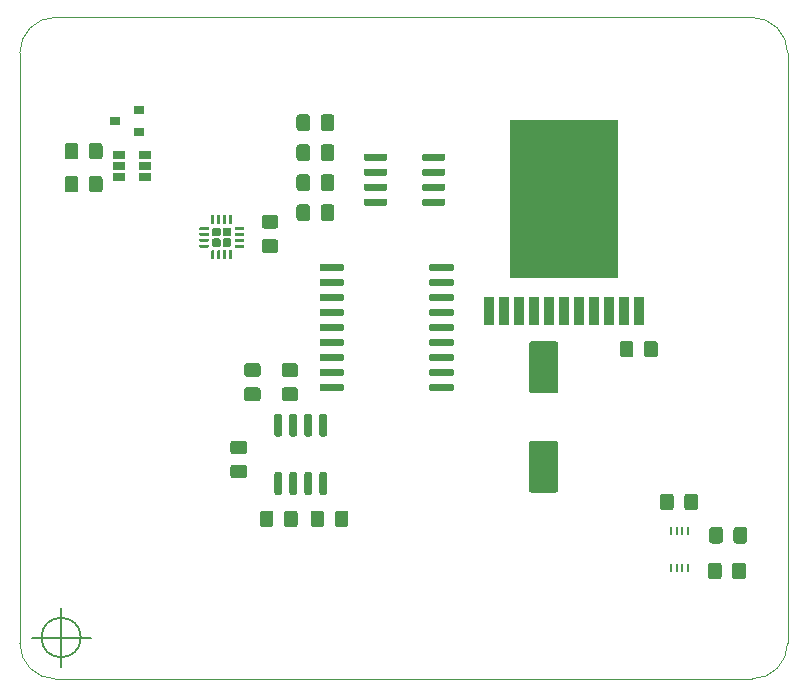
<source format=gbr>
G04 #@! TF.GenerationSoftware,KiCad,Pcbnew,(5.1.5-0-10_14)*
G04 #@! TF.CreationDate,2020-08-15T14:14:15-04:00*
G04 #@! TF.ProjectId,Mimosa-Power-Hat,4d696d6f-7361-42d5-906f-7765722d4861,rev?*
G04 #@! TF.SameCoordinates,PX4e3d4c0PY6c12040*
G04 #@! TF.FileFunction,Paste,Top*
G04 #@! TF.FilePolarity,Positive*
%FSLAX46Y46*%
G04 Gerber Fmt 4.6, Leading zero omitted, Abs format (unit mm)*
G04 Created by KiCad (PCBNEW (5.1.5-0-10_14)) date 2020-08-15 14:14:15*
%MOMM*%
%LPD*%
G04 APERTURE LIST*
%ADD10C,0.150000*%
%ADD11C,0.100000*%
%ADD12R,0.250000X0.750000*%
%ADD13R,9.126000X13.370000*%
%ADD14R,0.860000X2.410000*%
%ADD15R,0.900000X0.800000*%
%ADD16R,1.060000X0.650000*%
G04 APERTURE END LIST*
D10*
X1666666Y0D02*
G75*
G03X1666666Y0I-1666666J0D01*
G01*
X-2500000Y0D02*
X2500000Y0D01*
X0Y2500000D02*
X0Y-2500000D01*
D11*
X-3493644Y49502389D02*
X-3493644Y-497611D01*
X-3493644Y49502389D02*
G75*
G02X-493644Y52502389I3000000J0D01*
G01*
X58506356Y52502389D02*
X-493644Y52502389D01*
X58506356Y52502389D02*
G75*
G02X61506356Y49502389I0J-3000000D01*
G01*
X61506351Y-502847D02*
X61506356Y49502389D01*
X-493644Y-3497611D02*
G75*
G02X-3493644Y-497611I0J3000000D01*
G01*
X-493644Y-3497611D02*
X58506356Y-3497611D01*
X61506351Y-502847D02*
G75*
G02X58506356Y-3497611I-2999995J5236D01*
G01*
G36*
X41884504Y16668796D02*
G01*
X41908773Y16665196D01*
X41932571Y16659235D01*
X41955671Y16650970D01*
X41977849Y16640480D01*
X41998893Y16627867D01*
X42018598Y16613253D01*
X42036777Y16596777D01*
X42053253Y16578598D01*
X42067867Y16558893D01*
X42080480Y16537849D01*
X42090970Y16515671D01*
X42099235Y16492571D01*
X42105196Y16468773D01*
X42108796Y16444504D01*
X42110000Y16420000D01*
X42110000Y12520000D01*
X42108796Y12495496D01*
X42105196Y12471227D01*
X42099235Y12447429D01*
X42090970Y12424329D01*
X42080480Y12402151D01*
X42067867Y12381107D01*
X42053253Y12361402D01*
X42036777Y12343223D01*
X42018598Y12326747D01*
X41998893Y12312133D01*
X41977849Y12299520D01*
X41955671Y12289030D01*
X41932571Y12280765D01*
X41908773Y12274804D01*
X41884504Y12271204D01*
X41860000Y12270000D01*
X39860000Y12270000D01*
X39835496Y12271204D01*
X39811227Y12274804D01*
X39787429Y12280765D01*
X39764329Y12289030D01*
X39742151Y12299520D01*
X39721107Y12312133D01*
X39701402Y12326747D01*
X39683223Y12343223D01*
X39666747Y12361402D01*
X39652133Y12381107D01*
X39639520Y12402151D01*
X39629030Y12424329D01*
X39620765Y12447429D01*
X39614804Y12471227D01*
X39611204Y12495496D01*
X39610000Y12520000D01*
X39610000Y16420000D01*
X39611204Y16444504D01*
X39614804Y16468773D01*
X39620765Y16492571D01*
X39629030Y16515671D01*
X39639520Y16537849D01*
X39652133Y16558893D01*
X39666747Y16578598D01*
X39683223Y16596777D01*
X39701402Y16613253D01*
X39721107Y16627867D01*
X39742151Y16640480D01*
X39764329Y16650970D01*
X39787429Y16659235D01*
X39811227Y16665196D01*
X39835496Y16668796D01*
X39860000Y16670000D01*
X41860000Y16670000D01*
X41884504Y16668796D01*
G37*
G36*
X41884504Y25068796D02*
G01*
X41908773Y25065196D01*
X41932571Y25059235D01*
X41955671Y25050970D01*
X41977849Y25040480D01*
X41998893Y25027867D01*
X42018598Y25013253D01*
X42036777Y24996777D01*
X42053253Y24978598D01*
X42067867Y24958893D01*
X42080480Y24937849D01*
X42090970Y24915671D01*
X42099235Y24892571D01*
X42105196Y24868773D01*
X42108796Y24844504D01*
X42110000Y24820000D01*
X42110000Y20920000D01*
X42108796Y20895496D01*
X42105196Y20871227D01*
X42099235Y20847429D01*
X42090970Y20824329D01*
X42080480Y20802151D01*
X42067867Y20781107D01*
X42053253Y20761402D01*
X42036777Y20743223D01*
X42018598Y20726747D01*
X41998893Y20712133D01*
X41977849Y20699520D01*
X41955671Y20689030D01*
X41932571Y20680765D01*
X41908773Y20674804D01*
X41884504Y20671204D01*
X41860000Y20670000D01*
X39860000Y20670000D01*
X39835496Y20671204D01*
X39811227Y20674804D01*
X39787429Y20680765D01*
X39764329Y20689030D01*
X39742151Y20699520D01*
X39721107Y20712133D01*
X39701402Y20726747D01*
X39683223Y20743223D01*
X39666747Y20761402D01*
X39652133Y20781107D01*
X39639520Y20802151D01*
X39629030Y20824329D01*
X39620765Y20847429D01*
X39614804Y20871227D01*
X39611204Y20895496D01*
X39610000Y20920000D01*
X39610000Y24820000D01*
X39611204Y24844504D01*
X39614804Y24868773D01*
X39620765Y24892571D01*
X39629030Y24915671D01*
X39639520Y24937849D01*
X39652133Y24958893D01*
X39666747Y24978598D01*
X39683223Y24996777D01*
X39701402Y25013253D01*
X39721107Y25027867D01*
X39742151Y25040480D01*
X39764329Y25050970D01*
X39787429Y25059235D01*
X39811227Y25065196D01*
X39835496Y25068796D01*
X39860000Y25070000D01*
X41860000Y25070000D01*
X41884504Y25068796D01*
G37*
G36*
X27449703Y37165278D02*
G01*
X27464264Y37163118D01*
X27478543Y37159541D01*
X27492403Y37154582D01*
X27505710Y37148288D01*
X27518336Y37140720D01*
X27530159Y37131952D01*
X27541066Y37122066D01*
X27550952Y37111159D01*
X27559720Y37099336D01*
X27567288Y37086710D01*
X27573582Y37073403D01*
X27578541Y37059543D01*
X27582118Y37045264D01*
X27584278Y37030703D01*
X27585000Y37016000D01*
X27585000Y36716000D01*
X27584278Y36701297D01*
X27582118Y36686736D01*
X27578541Y36672457D01*
X27573582Y36658597D01*
X27567288Y36645290D01*
X27559720Y36632664D01*
X27550952Y36620841D01*
X27541066Y36609934D01*
X27530159Y36600048D01*
X27518336Y36591280D01*
X27505710Y36583712D01*
X27492403Y36577418D01*
X27478543Y36572459D01*
X27464264Y36568882D01*
X27449703Y36566722D01*
X27435000Y36566000D01*
X25785000Y36566000D01*
X25770297Y36566722D01*
X25755736Y36568882D01*
X25741457Y36572459D01*
X25727597Y36577418D01*
X25714290Y36583712D01*
X25701664Y36591280D01*
X25689841Y36600048D01*
X25678934Y36609934D01*
X25669048Y36620841D01*
X25660280Y36632664D01*
X25652712Y36645290D01*
X25646418Y36658597D01*
X25641459Y36672457D01*
X25637882Y36686736D01*
X25635722Y36701297D01*
X25635000Y36716000D01*
X25635000Y37016000D01*
X25635722Y37030703D01*
X25637882Y37045264D01*
X25641459Y37059543D01*
X25646418Y37073403D01*
X25652712Y37086710D01*
X25660280Y37099336D01*
X25669048Y37111159D01*
X25678934Y37122066D01*
X25689841Y37131952D01*
X25701664Y37140720D01*
X25714290Y37148288D01*
X25727597Y37154582D01*
X25741457Y37159541D01*
X25755736Y37163118D01*
X25770297Y37165278D01*
X25785000Y37166000D01*
X27435000Y37166000D01*
X27449703Y37165278D01*
G37*
G36*
X27449703Y38435278D02*
G01*
X27464264Y38433118D01*
X27478543Y38429541D01*
X27492403Y38424582D01*
X27505710Y38418288D01*
X27518336Y38410720D01*
X27530159Y38401952D01*
X27541066Y38392066D01*
X27550952Y38381159D01*
X27559720Y38369336D01*
X27567288Y38356710D01*
X27573582Y38343403D01*
X27578541Y38329543D01*
X27582118Y38315264D01*
X27584278Y38300703D01*
X27585000Y38286000D01*
X27585000Y37986000D01*
X27584278Y37971297D01*
X27582118Y37956736D01*
X27578541Y37942457D01*
X27573582Y37928597D01*
X27567288Y37915290D01*
X27559720Y37902664D01*
X27550952Y37890841D01*
X27541066Y37879934D01*
X27530159Y37870048D01*
X27518336Y37861280D01*
X27505710Y37853712D01*
X27492403Y37847418D01*
X27478543Y37842459D01*
X27464264Y37838882D01*
X27449703Y37836722D01*
X27435000Y37836000D01*
X25785000Y37836000D01*
X25770297Y37836722D01*
X25755736Y37838882D01*
X25741457Y37842459D01*
X25727597Y37847418D01*
X25714290Y37853712D01*
X25701664Y37861280D01*
X25689841Y37870048D01*
X25678934Y37879934D01*
X25669048Y37890841D01*
X25660280Y37902664D01*
X25652712Y37915290D01*
X25646418Y37928597D01*
X25641459Y37942457D01*
X25637882Y37956736D01*
X25635722Y37971297D01*
X25635000Y37986000D01*
X25635000Y38286000D01*
X25635722Y38300703D01*
X25637882Y38315264D01*
X25641459Y38329543D01*
X25646418Y38343403D01*
X25652712Y38356710D01*
X25660280Y38369336D01*
X25669048Y38381159D01*
X25678934Y38392066D01*
X25689841Y38401952D01*
X25701664Y38410720D01*
X25714290Y38418288D01*
X25727597Y38424582D01*
X25741457Y38429541D01*
X25755736Y38433118D01*
X25770297Y38435278D01*
X25785000Y38436000D01*
X27435000Y38436000D01*
X27449703Y38435278D01*
G37*
G36*
X27449703Y39705278D02*
G01*
X27464264Y39703118D01*
X27478543Y39699541D01*
X27492403Y39694582D01*
X27505710Y39688288D01*
X27518336Y39680720D01*
X27530159Y39671952D01*
X27541066Y39662066D01*
X27550952Y39651159D01*
X27559720Y39639336D01*
X27567288Y39626710D01*
X27573582Y39613403D01*
X27578541Y39599543D01*
X27582118Y39585264D01*
X27584278Y39570703D01*
X27585000Y39556000D01*
X27585000Y39256000D01*
X27584278Y39241297D01*
X27582118Y39226736D01*
X27578541Y39212457D01*
X27573582Y39198597D01*
X27567288Y39185290D01*
X27559720Y39172664D01*
X27550952Y39160841D01*
X27541066Y39149934D01*
X27530159Y39140048D01*
X27518336Y39131280D01*
X27505710Y39123712D01*
X27492403Y39117418D01*
X27478543Y39112459D01*
X27464264Y39108882D01*
X27449703Y39106722D01*
X27435000Y39106000D01*
X25785000Y39106000D01*
X25770297Y39106722D01*
X25755736Y39108882D01*
X25741457Y39112459D01*
X25727597Y39117418D01*
X25714290Y39123712D01*
X25701664Y39131280D01*
X25689841Y39140048D01*
X25678934Y39149934D01*
X25669048Y39160841D01*
X25660280Y39172664D01*
X25652712Y39185290D01*
X25646418Y39198597D01*
X25641459Y39212457D01*
X25637882Y39226736D01*
X25635722Y39241297D01*
X25635000Y39256000D01*
X25635000Y39556000D01*
X25635722Y39570703D01*
X25637882Y39585264D01*
X25641459Y39599543D01*
X25646418Y39613403D01*
X25652712Y39626710D01*
X25660280Y39639336D01*
X25669048Y39651159D01*
X25678934Y39662066D01*
X25689841Y39671952D01*
X25701664Y39680720D01*
X25714290Y39688288D01*
X25727597Y39694582D01*
X25741457Y39699541D01*
X25755736Y39703118D01*
X25770297Y39705278D01*
X25785000Y39706000D01*
X27435000Y39706000D01*
X27449703Y39705278D01*
G37*
G36*
X27449703Y40975278D02*
G01*
X27464264Y40973118D01*
X27478543Y40969541D01*
X27492403Y40964582D01*
X27505710Y40958288D01*
X27518336Y40950720D01*
X27530159Y40941952D01*
X27541066Y40932066D01*
X27550952Y40921159D01*
X27559720Y40909336D01*
X27567288Y40896710D01*
X27573582Y40883403D01*
X27578541Y40869543D01*
X27582118Y40855264D01*
X27584278Y40840703D01*
X27585000Y40826000D01*
X27585000Y40526000D01*
X27584278Y40511297D01*
X27582118Y40496736D01*
X27578541Y40482457D01*
X27573582Y40468597D01*
X27567288Y40455290D01*
X27559720Y40442664D01*
X27550952Y40430841D01*
X27541066Y40419934D01*
X27530159Y40410048D01*
X27518336Y40401280D01*
X27505710Y40393712D01*
X27492403Y40387418D01*
X27478543Y40382459D01*
X27464264Y40378882D01*
X27449703Y40376722D01*
X27435000Y40376000D01*
X25785000Y40376000D01*
X25770297Y40376722D01*
X25755736Y40378882D01*
X25741457Y40382459D01*
X25727597Y40387418D01*
X25714290Y40393712D01*
X25701664Y40401280D01*
X25689841Y40410048D01*
X25678934Y40419934D01*
X25669048Y40430841D01*
X25660280Y40442664D01*
X25652712Y40455290D01*
X25646418Y40468597D01*
X25641459Y40482457D01*
X25637882Y40496736D01*
X25635722Y40511297D01*
X25635000Y40526000D01*
X25635000Y40826000D01*
X25635722Y40840703D01*
X25637882Y40855264D01*
X25641459Y40869543D01*
X25646418Y40883403D01*
X25652712Y40896710D01*
X25660280Y40909336D01*
X25669048Y40921159D01*
X25678934Y40932066D01*
X25689841Y40941952D01*
X25701664Y40950720D01*
X25714290Y40958288D01*
X25727597Y40964582D01*
X25741457Y40969541D01*
X25755736Y40973118D01*
X25770297Y40975278D01*
X25785000Y40976000D01*
X27435000Y40976000D01*
X27449703Y40975278D01*
G37*
G36*
X32399703Y40975278D02*
G01*
X32414264Y40973118D01*
X32428543Y40969541D01*
X32442403Y40964582D01*
X32455710Y40958288D01*
X32468336Y40950720D01*
X32480159Y40941952D01*
X32491066Y40932066D01*
X32500952Y40921159D01*
X32509720Y40909336D01*
X32517288Y40896710D01*
X32523582Y40883403D01*
X32528541Y40869543D01*
X32532118Y40855264D01*
X32534278Y40840703D01*
X32535000Y40826000D01*
X32535000Y40526000D01*
X32534278Y40511297D01*
X32532118Y40496736D01*
X32528541Y40482457D01*
X32523582Y40468597D01*
X32517288Y40455290D01*
X32509720Y40442664D01*
X32500952Y40430841D01*
X32491066Y40419934D01*
X32480159Y40410048D01*
X32468336Y40401280D01*
X32455710Y40393712D01*
X32442403Y40387418D01*
X32428543Y40382459D01*
X32414264Y40378882D01*
X32399703Y40376722D01*
X32385000Y40376000D01*
X30735000Y40376000D01*
X30720297Y40376722D01*
X30705736Y40378882D01*
X30691457Y40382459D01*
X30677597Y40387418D01*
X30664290Y40393712D01*
X30651664Y40401280D01*
X30639841Y40410048D01*
X30628934Y40419934D01*
X30619048Y40430841D01*
X30610280Y40442664D01*
X30602712Y40455290D01*
X30596418Y40468597D01*
X30591459Y40482457D01*
X30587882Y40496736D01*
X30585722Y40511297D01*
X30585000Y40526000D01*
X30585000Y40826000D01*
X30585722Y40840703D01*
X30587882Y40855264D01*
X30591459Y40869543D01*
X30596418Y40883403D01*
X30602712Y40896710D01*
X30610280Y40909336D01*
X30619048Y40921159D01*
X30628934Y40932066D01*
X30639841Y40941952D01*
X30651664Y40950720D01*
X30664290Y40958288D01*
X30677597Y40964582D01*
X30691457Y40969541D01*
X30705736Y40973118D01*
X30720297Y40975278D01*
X30735000Y40976000D01*
X32385000Y40976000D01*
X32399703Y40975278D01*
G37*
G36*
X32399703Y39705278D02*
G01*
X32414264Y39703118D01*
X32428543Y39699541D01*
X32442403Y39694582D01*
X32455710Y39688288D01*
X32468336Y39680720D01*
X32480159Y39671952D01*
X32491066Y39662066D01*
X32500952Y39651159D01*
X32509720Y39639336D01*
X32517288Y39626710D01*
X32523582Y39613403D01*
X32528541Y39599543D01*
X32532118Y39585264D01*
X32534278Y39570703D01*
X32535000Y39556000D01*
X32535000Y39256000D01*
X32534278Y39241297D01*
X32532118Y39226736D01*
X32528541Y39212457D01*
X32523582Y39198597D01*
X32517288Y39185290D01*
X32509720Y39172664D01*
X32500952Y39160841D01*
X32491066Y39149934D01*
X32480159Y39140048D01*
X32468336Y39131280D01*
X32455710Y39123712D01*
X32442403Y39117418D01*
X32428543Y39112459D01*
X32414264Y39108882D01*
X32399703Y39106722D01*
X32385000Y39106000D01*
X30735000Y39106000D01*
X30720297Y39106722D01*
X30705736Y39108882D01*
X30691457Y39112459D01*
X30677597Y39117418D01*
X30664290Y39123712D01*
X30651664Y39131280D01*
X30639841Y39140048D01*
X30628934Y39149934D01*
X30619048Y39160841D01*
X30610280Y39172664D01*
X30602712Y39185290D01*
X30596418Y39198597D01*
X30591459Y39212457D01*
X30587882Y39226736D01*
X30585722Y39241297D01*
X30585000Y39256000D01*
X30585000Y39556000D01*
X30585722Y39570703D01*
X30587882Y39585264D01*
X30591459Y39599543D01*
X30596418Y39613403D01*
X30602712Y39626710D01*
X30610280Y39639336D01*
X30619048Y39651159D01*
X30628934Y39662066D01*
X30639841Y39671952D01*
X30651664Y39680720D01*
X30664290Y39688288D01*
X30677597Y39694582D01*
X30691457Y39699541D01*
X30705736Y39703118D01*
X30720297Y39705278D01*
X30735000Y39706000D01*
X32385000Y39706000D01*
X32399703Y39705278D01*
G37*
G36*
X32399703Y38435278D02*
G01*
X32414264Y38433118D01*
X32428543Y38429541D01*
X32442403Y38424582D01*
X32455710Y38418288D01*
X32468336Y38410720D01*
X32480159Y38401952D01*
X32491066Y38392066D01*
X32500952Y38381159D01*
X32509720Y38369336D01*
X32517288Y38356710D01*
X32523582Y38343403D01*
X32528541Y38329543D01*
X32532118Y38315264D01*
X32534278Y38300703D01*
X32535000Y38286000D01*
X32535000Y37986000D01*
X32534278Y37971297D01*
X32532118Y37956736D01*
X32528541Y37942457D01*
X32523582Y37928597D01*
X32517288Y37915290D01*
X32509720Y37902664D01*
X32500952Y37890841D01*
X32491066Y37879934D01*
X32480159Y37870048D01*
X32468336Y37861280D01*
X32455710Y37853712D01*
X32442403Y37847418D01*
X32428543Y37842459D01*
X32414264Y37838882D01*
X32399703Y37836722D01*
X32385000Y37836000D01*
X30735000Y37836000D01*
X30720297Y37836722D01*
X30705736Y37838882D01*
X30691457Y37842459D01*
X30677597Y37847418D01*
X30664290Y37853712D01*
X30651664Y37861280D01*
X30639841Y37870048D01*
X30628934Y37879934D01*
X30619048Y37890841D01*
X30610280Y37902664D01*
X30602712Y37915290D01*
X30596418Y37928597D01*
X30591459Y37942457D01*
X30587882Y37956736D01*
X30585722Y37971297D01*
X30585000Y37986000D01*
X30585000Y38286000D01*
X30585722Y38300703D01*
X30587882Y38315264D01*
X30591459Y38329543D01*
X30596418Y38343403D01*
X30602712Y38356710D01*
X30610280Y38369336D01*
X30619048Y38381159D01*
X30628934Y38392066D01*
X30639841Y38401952D01*
X30651664Y38410720D01*
X30664290Y38418288D01*
X30677597Y38424582D01*
X30691457Y38429541D01*
X30705736Y38433118D01*
X30720297Y38435278D01*
X30735000Y38436000D01*
X32385000Y38436000D01*
X32399703Y38435278D01*
G37*
G36*
X32399703Y37165278D02*
G01*
X32414264Y37163118D01*
X32428543Y37159541D01*
X32442403Y37154582D01*
X32455710Y37148288D01*
X32468336Y37140720D01*
X32480159Y37131952D01*
X32491066Y37122066D01*
X32500952Y37111159D01*
X32509720Y37099336D01*
X32517288Y37086710D01*
X32523582Y37073403D01*
X32528541Y37059543D01*
X32532118Y37045264D01*
X32534278Y37030703D01*
X32535000Y37016000D01*
X32535000Y36716000D01*
X32534278Y36701297D01*
X32532118Y36686736D01*
X32528541Y36672457D01*
X32523582Y36658597D01*
X32517288Y36645290D01*
X32509720Y36632664D01*
X32500952Y36620841D01*
X32491066Y36609934D01*
X32480159Y36600048D01*
X32468336Y36591280D01*
X32455710Y36583712D01*
X32442403Y36577418D01*
X32428543Y36572459D01*
X32414264Y36568882D01*
X32399703Y36566722D01*
X32385000Y36566000D01*
X30735000Y36566000D01*
X30720297Y36566722D01*
X30705736Y36568882D01*
X30691457Y36572459D01*
X30677597Y36577418D01*
X30664290Y36583712D01*
X30651664Y36591280D01*
X30639841Y36600048D01*
X30628934Y36609934D01*
X30619048Y36620841D01*
X30610280Y36632664D01*
X30602712Y36645290D01*
X30596418Y36658597D01*
X30591459Y36672457D01*
X30587882Y36686736D01*
X30585722Y36701297D01*
X30585000Y36716000D01*
X30585000Y37016000D01*
X30585722Y37030703D01*
X30587882Y37045264D01*
X30591459Y37059543D01*
X30596418Y37073403D01*
X30602712Y37086710D01*
X30610280Y37099336D01*
X30619048Y37111159D01*
X30628934Y37122066D01*
X30639841Y37131952D01*
X30651664Y37140720D01*
X30664290Y37148288D01*
X30677597Y37154582D01*
X30691457Y37159541D01*
X30705736Y37163118D01*
X30720297Y37165278D01*
X30735000Y37166000D01*
X32385000Y37166000D01*
X32399703Y37165278D01*
G37*
D12*
X51609020Y8979940D03*
X52109020Y8979940D03*
X52609020Y8979940D03*
X53109020Y8979940D03*
X53109020Y5879940D03*
X52609020Y5879940D03*
X52109020Y5879940D03*
X51609020Y5879940D03*
D11*
G36*
X55803405Y9358096D02*
G01*
X55827673Y9354496D01*
X55851472Y9348535D01*
X55874571Y9340270D01*
X55896750Y9329780D01*
X55917793Y9317168D01*
X55937499Y9302553D01*
X55955677Y9286077D01*
X55972153Y9267899D01*
X55986768Y9248193D01*
X55999380Y9227150D01*
X56009870Y9204971D01*
X56018135Y9181872D01*
X56024096Y9158073D01*
X56027696Y9133805D01*
X56028900Y9109301D01*
X56028900Y8209299D01*
X56027696Y8184795D01*
X56024096Y8160527D01*
X56018135Y8136728D01*
X56009870Y8113629D01*
X55999380Y8091450D01*
X55986768Y8070407D01*
X55972153Y8050701D01*
X55955677Y8032523D01*
X55937499Y8016047D01*
X55917793Y8001432D01*
X55896750Y7988820D01*
X55874571Y7978330D01*
X55851472Y7970065D01*
X55827673Y7964104D01*
X55803405Y7960504D01*
X55778901Y7959300D01*
X55128899Y7959300D01*
X55104395Y7960504D01*
X55080127Y7964104D01*
X55056328Y7970065D01*
X55033229Y7978330D01*
X55011050Y7988820D01*
X54990007Y8001432D01*
X54970301Y8016047D01*
X54952123Y8032523D01*
X54935647Y8050701D01*
X54921032Y8070407D01*
X54908420Y8091450D01*
X54897930Y8113629D01*
X54889665Y8136728D01*
X54883704Y8160527D01*
X54880104Y8184795D01*
X54878900Y8209299D01*
X54878900Y9109301D01*
X54880104Y9133805D01*
X54883704Y9158073D01*
X54889665Y9181872D01*
X54897930Y9204971D01*
X54908420Y9227150D01*
X54921032Y9248193D01*
X54935647Y9267899D01*
X54952123Y9286077D01*
X54970301Y9302553D01*
X54990007Y9317168D01*
X55011050Y9329780D01*
X55033229Y9340270D01*
X55056328Y9348535D01*
X55080127Y9354496D01*
X55104395Y9358096D01*
X55128899Y9359300D01*
X55778901Y9359300D01*
X55803405Y9358096D01*
G37*
G36*
X57853405Y9358096D02*
G01*
X57877673Y9354496D01*
X57901472Y9348535D01*
X57924571Y9340270D01*
X57946750Y9329780D01*
X57967793Y9317168D01*
X57987499Y9302553D01*
X58005677Y9286077D01*
X58022153Y9267899D01*
X58036768Y9248193D01*
X58049380Y9227150D01*
X58059870Y9204971D01*
X58068135Y9181872D01*
X58074096Y9158073D01*
X58077696Y9133805D01*
X58078900Y9109301D01*
X58078900Y8209299D01*
X58077696Y8184795D01*
X58074096Y8160527D01*
X58068135Y8136728D01*
X58059870Y8113629D01*
X58049380Y8091450D01*
X58036768Y8070407D01*
X58022153Y8050701D01*
X58005677Y8032523D01*
X57987499Y8016047D01*
X57967793Y8001432D01*
X57946750Y7988820D01*
X57924571Y7978330D01*
X57901472Y7970065D01*
X57877673Y7964104D01*
X57853405Y7960504D01*
X57828901Y7959300D01*
X57178899Y7959300D01*
X57154395Y7960504D01*
X57130127Y7964104D01*
X57106328Y7970065D01*
X57083229Y7978330D01*
X57061050Y7988820D01*
X57040007Y8001432D01*
X57020301Y8016047D01*
X57002123Y8032523D01*
X56985647Y8050701D01*
X56971032Y8070407D01*
X56958420Y8091450D01*
X56947930Y8113629D01*
X56939665Y8136728D01*
X56933704Y8160527D01*
X56930104Y8184795D01*
X56928900Y8209299D01*
X56928900Y9109301D01*
X56930104Y9133805D01*
X56933704Y9158073D01*
X56939665Y9181872D01*
X56947930Y9204971D01*
X56958420Y9227150D01*
X56971032Y9248193D01*
X56985647Y9267899D01*
X57002123Y9286077D01*
X57020301Y9302553D01*
X57040007Y9317168D01*
X57061050Y9329780D01*
X57083229Y9340270D01*
X57106328Y9348535D01*
X57130127Y9354496D01*
X57154395Y9358096D01*
X57178899Y9359300D01*
X57828901Y9359300D01*
X57853405Y9358096D01*
G37*
G36*
X51640345Y12192736D02*
G01*
X51664613Y12189136D01*
X51688412Y12183175D01*
X51711511Y12174910D01*
X51733690Y12164420D01*
X51754733Y12151808D01*
X51774439Y12137193D01*
X51792617Y12120717D01*
X51809093Y12102539D01*
X51823708Y12082833D01*
X51836320Y12061790D01*
X51846810Y12039611D01*
X51855075Y12016512D01*
X51861036Y11992713D01*
X51864636Y11968445D01*
X51865840Y11943941D01*
X51865840Y11043939D01*
X51864636Y11019435D01*
X51861036Y10995167D01*
X51855075Y10971368D01*
X51846810Y10948269D01*
X51836320Y10926090D01*
X51823708Y10905047D01*
X51809093Y10885341D01*
X51792617Y10867163D01*
X51774439Y10850687D01*
X51754733Y10836072D01*
X51733690Y10823460D01*
X51711511Y10812970D01*
X51688412Y10804705D01*
X51664613Y10798744D01*
X51640345Y10795144D01*
X51615841Y10793940D01*
X50965839Y10793940D01*
X50941335Y10795144D01*
X50917067Y10798744D01*
X50893268Y10804705D01*
X50870169Y10812970D01*
X50847990Y10823460D01*
X50826947Y10836072D01*
X50807241Y10850687D01*
X50789063Y10867163D01*
X50772587Y10885341D01*
X50757972Y10905047D01*
X50745360Y10926090D01*
X50734870Y10948269D01*
X50726605Y10971368D01*
X50720644Y10995167D01*
X50717044Y11019435D01*
X50715840Y11043939D01*
X50715840Y11943941D01*
X50717044Y11968445D01*
X50720644Y11992713D01*
X50726605Y12016512D01*
X50734870Y12039611D01*
X50745360Y12061790D01*
X50757972Y12082833D01*
X50772587Y12102539D01*
X50789063Y12120717D01*
X50807241Y12137193D01*
X50826947Y12151808D01*
X50847990Y12164420D01*
X50870169Y12174910D01*
X50893268Y12183175D01*
X50917067Y12189136D01*
X50941335Y12192736D01*
X50965839Y12193940D01*
X51615841Y12193940D01*
X51640345Y12192736D01*
G37*
G36*
X53690345Y12192736D02*
G01*
X53714613Y12189136D01*
X53738412Y12183175D01*
X53761511Y12174910D01*
X53783690Y12164420D01*
X53804733Y12151808D01*
X53824439Y12137193D01*
X53842617Y12120717D01*
X53859093Y12102539D01*
X53873708Y12082833D01*
X53886320Y12061790D01*
X53896810Y12039611D01*
X53905075Y12016512D01*
X53911036Y11992713D01*
X53914636Y11968445D01*
X53915840Y11943941D01*
X53915840Y11043939D01*
X53914636Y11019435D01*
X53911036Y10995167D01*
X53905075Y10971368D01*
X53896810Y10948269D01*
X53886320Y10926090D01*
X53873708Y10905047D01*
X53859093Y10885341D01*
X53842617Y10867163D01*
X53824439Y10850687D01*
X53804733Y10836072D01*
X53783690Y10823460D01*
X53761511Y10812970D01*
X53738412Y10804705D01*
X53714613Y10798744D01*
X53690345Y10795144D01*
X53665841Y10793940D01*
X53015839Y10793940D01*
X52991335Y10795144D01*
X52967067Y10798744D01*
X52943268Y10804705D01*
X52920169Y10812970D01*
X52897990Y10823460D01*
X52876947Y10836072D01*
X52857241Y10850687D01*
X52839063Y10867163D01*
X52822587Y10885341D01*
X52807972Y10905047D01*
X52795360Y10926090D01*
X52784870Y10948269D01*
X52776605Y10971368D01*
X52770644Y10995167D01*
X52767044Y11019435D01*
X52765840Y11043939D01*
X52765840Y11943941D01*
X52767044Y11968445D01*
X52770644Y11992713D01*
X52776605Y12016512D01*
X52784870Y12039611D01*
X52795360Y12061790D01*
X52807972Y12082833D01*
X52822587Y12102539D01*
X52839063Y12120717D01*
X52857241Y12137193D01*
X52876947Y12151808D01*
X52897990Y12164420D01*
X52920169Y12174910D01*
X52943268Y12183175D01*
X52967067Y12189136D01*
X52991335Y12192736D01*
X53015839Y12193940D01*
X53665841Y12193940D01*
X53690345Y12192736D01*
G37*
G36*
X55696725Y6338036D02*
G01*
X55720993Y6334436D01*
X55744792Y6328475D01*
X55767891Y6320210D01*
X55790070Y6309720D01*
X55811113Y6297108D01*
X55830819Y6282493D01*
X55848997Y6266017D01*
X55865473Y6247839D01*
X55880088Y6228133D01*
X55892700Y6207090D01*
X55903190Y6184911D01*
X55911455Y6161812D01*
X55917416Y6138013D01*
X55921016Y6113745D01*
X55922220Y6089241D01*
X55922220Y5189239D01*
X55921016Y5164735D01*
X55917416Y5140467D01*
X55911455Y5116668D01*
X55903190Y5093569D01*
X55892700Y5071390D01*
X55880088Y5050347D01*
X55865473Y5030641D01*
X55848997Y5012463D01*
X55830819Y4995987D01*
X55811113Y4981372D01*
X55790070Y4968760D01*
X55767891Y4958270D01*
X55744792Y4950005D01*
X55720993Y4944044D01*
X55696725Y4940444D01*
X55672221Y4939240D01*
X55022219Y4939240D01*
X54997715Y4940444D01*
X54973447Y4944044D01*
X54949648Y4950005D01*
X54926549Y4958270D01*
X54904370Y4968760D01*
X54883327Y4981372D01*
X54863621Y4995987D01*
X54845443Y5012463D01*
X54828967Y5030641D01*
X54814352Y5050347D01*
X54801740Y5071390D01*
X54791250Y5093569D01*
X54782985Y5116668D01*
X54777024Y5140467D01*
X54773424Y5164735D01*
X54772220Y5189239D01*
X54772220Y6089241D01*
X54773424Y6113745D01*
X54777024Y6138013D01*
X54782985Y6161812D01*
X54791250Y6184911D01*
X54801740Y6207090D01*
X54814352Y6228133D01*
X54828967Y6247839D01*
X54845443Y6266017D01*
X54863621Y6282493D01*
X54883327Y6297108D01*
X54904370Y6309720D01*
X54926549Y6320210D01*
X54949648Y6328475D01*
X54973447Y6334436D01*
X54997715Y6338036D01*
X55022219Y6339240D01*
X55672221Y6339240D01*
X55696725Y6338036D01*
G37*
G36*
X57746725Y6338036D02*
G01*
X57770993Y6334436D01*
X57794792Y6328475D01*
X57817891Y6320210D01*
X57840070Y6309720D01*
X57861113Y6297108D01*
X57880819Y6282493D01*
X57898997Y6266017D01*
X57915473Y6247839D01*
X57930088Y6228133D01*
X57942700Y6207090D01*
X57953190Y6184911D01*
X57961455Y6161812D01*
X57967416Y6138013D01*
X57971016Y6113745D01*
X57972220Y6089241D01*
X57972220Y5189239D01*
X57971016Y5164735D01*
X57967416Y5140467D01*
X57961455Y5116668D01*
X57953190Y5093569D01*
X57942700Y5071390D01*
X57930088Y5050347D01*
X57915473Y5030641D01*
X57898997Y5012463D01*
X57880819Y4995987D01*
X57861113Y4981372D01*
X57840070Y4968760D01*
X57817891Y4958270D01*
X57794792Y4950005D01*
X57770993Y4944044D01*
X57746725Y4940444D01*
X57722221Y4939240D01*
X57072219Y4939240D01*
X57047715Y4940444D01*
X57023447Y4944044D01*
X56999648Y4950005D01*
X56976549Y4958270D01*
X56954370Y4968760D01*
X56933327Y4981372D01*
X56913621Y4995987D01*
X56895443Y5012463D01*
X56878967Y5030641D01*
X56864352Y5050347D01*
X56851740Y5071390D01*
X56841250Y5093569D01*
X56832985Y5116668D01*
X56827024Y5140467D01*
X56823424Y5164735D01*
X56822220Y5189239D01*
X56822220Y6089241D01*
X56823424Y6113745D01*
X56827024Y6138013D01*
X56832985Y6161812D01*
X56841250Y6184911D01*
X56851740Y6207090D01*
X56864352Y6228133D01*
X56878967Y6247839D01*
X56895443Y6266017D01*
X56913621Y6282493D01*
X56933327Y6297108D01*
X56954370Y6309720D01*
X56976549Y6320210D01*
X56999648Y6328475D01*
X57023447Y6334436D01*
X57047715Y6338036D01*
X57072219Y6339240D01*
X57722221Y6339240D01*
X57746725Y6338036D01*
G37*
G36*
X20853005Y36675796D02*
G01*
X20877273Y36672196D01*
X20901072Y36666235D01*
X20924171Y36657970D01*
X20946350Y36647480D01*
X20967393Y36634868D01*
X20987099Y36620253D01*
X21005277Y36603777D01*
X21021753Y36585599D01*
X21036368Y36565893D01*
X21048980Y36544850D01*
X21059470Y36522671D01*
X21067735Y36499572D01*
X21073696Y36475773D01*
X21077296Y36451505D01*
X21078500Y36427001D01*
X21078500Y35526999D01*
X21077296Y35502495D01*
X21073696Y35478227D01*
X21067735Y35454428D01*
X21059470Y35431329D01*
X21048980Y35409150D01*
X21036368Y35388107D01*
X21021753Y35368401D01*
X21005277Y35350223D01*
X20987099Y35333747D01*
X20967393Y35319132D01*
X20946350Y35306520D01*
X20924171Y35296030D01*
X20901072Y35287765D01*
X20877273Y35281804D01*
X20853005Y35278204D01*
X20828501Y35277000D01*
X20178499Y35277000D01*
X20153995Y35278204D01*
X20129727Y35281804D01*
X20105928Y35287765D01*
X20082829Y35296030D01*
X20060650Y35306520D01*
X20039607Y35319132D01*
X20019901Y35333747D01*
X20001723Y35350223D01*
X19985247Y35368401D01*
X19970632Y35388107D01*
X19958020Y35409150D01*
X19947530Y35431329D01*
X19939265Y35454428D01*
X19933304Y35478227D01*
X19929704Y35502495D01*
X19928500Y35526999D01*
X19928500Y36427001D01*
X19929704Y36451505D01*
X19933304Y36475773D01*
X19939265Y36499572D01*
X19947530Y36522671D01*
X19958020Y36544850D01*
X19970632Y36565893D01*
X19985247Y36585599D01*
X20001723Y36603777D01*
X20019901Y36620253D01*
X20039607Y36634868D01*
X20060650Y36647480D01*
X20082829Y36657970D01*
X20105928Y36666235D01*
X20129727Y36672196D01*
X20153995Y36675796D01*
X20178499Y36677000D01*
X20828501Y36677000D01*
X20853005Y36675796D01*
G37*
G36*
X22903005Y36675796D02*
G01*
X22927273Y36672196D01*
X22951072Y36666235D01*
X22974171Y36657970D01*
X22996350Y36647480D01*
X23017393Y36634868D01*
X23037099Y36620253D01*
X23055277Y36603777D01*
X23071753Y36585599D01*
X23086368Y36565893D01*
X23098980Y36544850D01*
X23109470Y36522671D01*
X23117735Y36499572D01*
X23123696Y36475773D01*
X23127296Y36451505D01*
X23128500Y36427001D01*
X23128500Y35526999D01*
X23127296Y35502495D01*
X23123696Y35478227D01*
X23117735Y35454428D01*
X23109470Y35431329D01*
X23098980Y35409150D01*
X23086368Y35388107D01*
X23071753Y35368401D01*
X23055277Y35350223D01*
X23037099Y35333747D01*
X23017393Y35319132D01*
X22996350Y35306520D01*
X22974171Y35296030D01*
X22951072Y35287765D01*
X22927273Y35281804D01*
X22903005Y35278204D01*
X22878501Y35277000D01*
X22228499Y35277000D01*
X22203995Y35278204D01*
X22179727Y35281804D01*
X22155928Y35287765D01*
X22132829Y35296030D01*
X22110650Y35306520D01*
X22089607Y35319132D01*
X22069901Y35333747D01*
X22051723Y35350223D01*
X22035247Y35368401D01*
X22020632Y35388107D01*
X22008020Y35409150D01*
X21997530Y35431329D01*
X21989265Y35454428D01*
X21983304Y35478227D01*
X21979704Y35502495D01*
X21978500Y35526999D01*
X21978500Y36427001D01*
X21979704Y36451505D01*
X21983304Y36475773D01*
X21989265Y36499572D01*
X21997530Y36522671D01*
X22008020Y36544850D01*
X22020632Y36565893D01*
X22035247Y36585599D01*
X22051723Y36603777D01*
X22069901Y36620253D01*
X22089607Y36634868D01*
X22110650Y36647480D01*
X22132829Y36657970D01*
X22155928Y36666235D01*
X22179727Y36672196D01*
X22203995Y36675796D01*
X22228499Y36677000D01*
X22878501Y36677000D01*
X22903005Y36675796D01*
G37*
G36*
X18533443Y18958958D02*
G01*
X18548004Y18956798D01*
X18562283Y18953221D01*
X18576143Y18948262D01*
X18589450Y18941968D01*
X18602076Y18934400D01*
X18613899Y18925632D01*
X18624806Y18915746D01*
X18634692Y18904839D01*
X18643460Y18893016D01*
X18651028Y18880390D01*
X18657322Y18867083D01*
X18662281Y18853223D01*
X18665858Y18838944D01*
X18668018Y18824383D01*
X18668740Y18809680D01*
X18668740Y17159680D01*
X18668018Y17144977D01*
X18665858Y17130416D01*
X18662281Y17116137D01*
X18657322Y17102277D01*
X18651028Y17088970D01*
X18643460Y17076344D01*
X18634692Y17064521D01*
X18624806Y17053614D01*
X18613899Y17043728D01*
X18602076Y17034960D01*
X18589450Y17027392D01*
X18576143Y17021098D01*
X18562283Y17016139D01*
X18548004Y17012562D01*
X18533443Y17010402D01*
X18518740Y17009680D01*
X18218740Y17009680D01*
X18204037Y17010402D01*
X18189476Y17012562D01*
X18175197Y17016139D01*
X18161337Y17021098D01*
X18148030Y17027392D01*
X18135404Y17034960D01*
X18123581Y17043728D01*
X18112674Y17053614D01*
X18102788Y17064521D01*
X18094020Y17076344D01*
X18086452Y17088970D01*
X18080158Y17102277D01*
X18075199Y17116137D01*
X18071622Y17130416D01*
X18069462Y17144977D01*
X18068740Y17159680D01*
X18068740Y18809680D01*
X18069462Y18824383D01*
X18071622Y18838944D01*
X18075199Y18853223D01*
X18080158Y18867083D01*
X18086452Y18880390D01*
X18094020Y18893016D01*
X18102788Y18904839D01*
X18112674Y18915746D01*
X18123581Y18925632D01*
X18135404Y18934400D01*
X18148030Y18941968D01*
X18161337Y18948262D01*
X18175197Y18953221D01*
X18189476Y18956798D01*
X18204037Y18958958D01*
X18218740Y18959680D01*
X18518740Y18959680D01*
X18533443Y18958958D01*
G37*
G36*
X19803443Y18958958D02*
G01*
X19818004Y18956798D01*
X19832283Y18953221D01*
X19846143Y18948262D01*
X19859450Y18941968D01*
X19872076Y18934400D01*
X19883899Y18925632D01*
X19894806Y18915746D01*
X19904692Y18904839D01*
X19913460Y18893016D01*
X19921028Y18880390D01*
X19927322Y18867083D01*
X19932281Y18853223D01*
X19935858Y18838944D01*
X19938018Y18824383D01*
X19938740Y18809680D01*
X19938740Y17159680D01*
X19938018Y17144977D01*
X19935858Y17130416D01*
X19932281Y17116137D01*
X19927322Y17102277D01*
X19921028Y17088970D01*
X19913460Y17076344D01*
X19904692Y17064521D01*
X19894806Y17053614D01*
X19883899Y17043728D01*
X19872076Y17034960D01*
X19859450Y17027392D01*
X19846143Y17021098D01*
X19832283Y17016139D01*
X19818004Y17012562D01*
X19803443Y17010402D01*
X19788740Y17009680D01*
X19488740Y17009680D01*
X19474037Y17010402D01*
X19459476Y17012562D01*
X19445197Y17016139D01*
X19431337Y17021098D01*
X19418030Y17027392D01*
X19405404Y17034960D01*
X19393581Y17043728D01*
X19382674Y17053614D01*
X19372788Y17064521D01*
X19364020Y17076344D01*
X19356452Y17088970D01*
X19350158Y17102277D01*
X19345199Y17116137D01*
X19341622Y17130416D01*
X19339462Y17144977D01*
X19338740Y17159680D01*
X19338740Y18809680D01*
X19339462Y18824383D01*
X19341622Y18838944D01*
X19345199Y18853223D01*
X19350158Y18867083D01*
X19356452Y18880390D01*
X19364020Y18893016D01*
X19372788Y18904839D01*
X19382674Y18915746D01*
X19393581Y18925632D01*
X19405404Y18934400D01*
X19418030Y18941968D01*
X19431337Y18948262D01*
X19445197Y18953221D01*
X19459476Y18956798D01*
X19474037Y18958958D01*
X19488740Y18959680D01*
X19788740Y18959680D01*
X19803443Y18958958D01*
G37*
G36*
X21073443Y18958958D02*
G01*
X21088004Y18956798D01*
X21102283Y18953221D01*
X21116143Y18948262D01*
X21129450Y18941968D01*
X21142076Y18934400D01*
X21153899Y18925632D01*
X21164806Y18915746D01*
X21174692Y18904839D01*
X21183460Y18893016D01*
X21191028Y18880390D01*
X21197322Y18867083D01*
X21202281Y18853223D01*
X21205858Y18838944D01*
X21208018Y18824383D01*
X21208740Y18809680D01*
X21208740Y17159680D01*
X21208018Y17144977D01*
X21205858Y17130416D01*
X21202281Y17116137D01*
X21197322Y17102277D01*
X21191028Y17088970D01*
X21183460Y17076344D01*
X21174692Y17064521D01*
X21164806Y17053614D01*
X21153899Y17043728D01*
X21142076Y17034960D01*
X21129450Y17027392D01*
X21116143Y17021098D01*
X21102283Y17016139D01*
X21088004Y17012562D01*
X21073443Y17010402D01*
X21058740Y17009680D01*
X20758740Y17009680D01*
X20744037Y17010402D01*
X20729476Y17012562D01*
X20715197Y17016139D01*
X20701337Y17021098D01*
X20688030Y17027392D01*
X20675404Y17034960D01*
X20663581Y17043728D01*
X20652674Y17053614D01*
X20642788Y17064521D01*
X20634020Y17076344D01*
X20626452Y17088970D01*
X20620158Y17102277D01*
X20615199Y17116137D01*
X20611622Y17130416D01*
X20609462Y17144977D01*
X20608740Y17159680D01*
X20608740Y18809680D01*
X20609462Y18824383D01*
X20611622Y18838944D01*
X20615199Y18853223D01*
X20620158Y18867083D01*
X20626452Y18880390D01*
X20634020Y18893016D01*
X20642788Y18904839D01*
X20652674Y18915746D01*
X20663581Y18925632D01*
X20675404Y18934400D01*
X20688030Y18941968D01*
X20701337Y18948262D01*
X20715197Y18953221D01*
X20729476Y18956798D01*
X20744037Y18958958D01*
X20758740Y18959680D01*
X21058740Y18959680D01*
X21073443Y18958958D01*
G37*
G36*
X22343443Y18958958D02*
G01*
X22358004Y18956798D01*
X22372283Y18953221D01*
X22386143Y18948262D01*
X22399450Y18941968D01*
X22412076Y18934400D01*
X22423899Y18925632D01*
X22434806Y18915746D01*
X22444692Y18904839D01*
X22453460Y18893016D01*
X22461028Y18880390D01*
X22467322Y18867083D01*
X22472281Y18853223D01*
X22475858Y18838944D01*
X22478018Y18824383D01*
X22478740Y18809680D01*
X22478740Y17159680D01*
X22478018Y17144977D01*
X22475858Y17130416D01*
X22472281Y17116137D01*
X22467322Y17102277D01*
X22461028Y17088970D01*
X22453460Y17076344D01*
X22444692Y17064521D01*
X22434806Y17053614D01*
X22423899Y17043728D01*
X22412076Y17034960D01*
X22399450Y17027392D01*
X22386143Y17021098D01*
X22372283Y17016139D01*
X22358004Y17012562D01*
X22343443Y17010402D01*
X22328740Y17009680D01*
X22028740Y17009680D01*
X22014037Y17010402D01*
X21999476Y17012562D01*
X21985197Y17016139D01*
X21971337Y17021098D01*
X21958030Y17027392D01*
X21945404Y17034960D01*
X21933581Y17043728D01*
X21922674Y17053614D01*
X21912788Y17064521D01*
X21904020Y17076344D01*
X21896452Y17088970D01*
X21890158Y17102277D01*
X21885199Y17116137D01*
X21881622Y17130416D01*
X21879462Y17144977D01*
X21878740Y17159680D01*
X21878740Y18809680D01*
X21879462Y18824383D01*
X21881622Y18838944D01*
X21885199Y18853223D01*
X21890158Y18867083D01*
X21896452Y18880390D01*
X21904020Y18893016D01*
X21912788Y18904839D01*
X21922674Y18915746D01*
X21933581Y18925632D01*
X21945404Y18934400D01*
X21958030Y18941968D01*
X21971337Y18948262D01*
X21985197Y18953221D01*
X21999476Y18956798D01*
X22014037Y18958958D01*
X22028740Y18959680D01*
X22328740Y18959680D01*
X22343443Y18958958D01*
G37*
G36*
X22343443Y14008958D02*
G01*
X22358004Y14006798D01*
X22372283Y14003221D01*
X22386143Y13998262D01*
X22399450Y13991968D01*
X22412076Y13984400D01*
X22423899Y13975632D01*
X22434806Y13965746D01*
X22444692Y13954839D01*
X22453460Y13943016D01*
X22461028Y13930390D01*
X22467322Y13917083D01*
X22472281Y13903223D01*
X22475858Y13888944D01*
X22478018Y13874383D01*
X22478740Y13859680D01*
X22478740Y12209680D01*
X22478018Y12194977D01*
X22475858Y12180416D01*
X22472281Y12166137D01*
X22467322Y12152277D01*
X22461028Y12138970D01*
X22453460Y12126344D01*
X22444692Y12114521D01*
X22434806Y12103614D01*
X22423899Y12093728D01*
X22412076Y12084960D01*
X22399450Y12077392D01*
X22386143Y12071098D01*
X22372283Y12066139D01*
X22358004Y12062562D01*
X22343443Y12060402D01*
X22328740Y12059680D01*
X22028740Y12059680D01*
X22014037Y12060402D01*
X21999476Y12062562D01*
X21985197Y12066139D01*
X21971337Y12071098D01*
X21958030Y12077392D01*
X21945404Y12084960D01*
X21933581Y12093728D01*
X21922674Y12103614D01*
X21912788Y12114521D01*
X21904020Y12126344D01*
X21896452Y12138970D01*
X21890158Y12152277D01*
X21885199Y12166137D01*
X21881622Y12180416D01*
X21879462Y12194977D01*
X21878740Y12209680D01*
X21878740Y13859680D01*
X21879462Y13874383D01*
X21881622Y13888944D01*
X21885199Y13903223D01*
X21890158Y13917083D01*
X21896452Y13930390D01*
X21904020Y13943016D01*
X21912788Y13954839D01*
X21922674Y13965746D01*
X21933581Y13975632D01*
X21945404Y13984400D01*
X21958030Y13991968D01*
X21971337Y13998262D01*
X21985197Y14003221D01*
X21999476Y14006798D01*
X22014037Y14008958D01*
X22028740Y14009680D01*
X22328740Y14009680D01*
X22343443Y14008958D01*
G37*
G36*
X21073443Y14008958D02*
G01*
X21088004Y14006798D01*
X21102283Y14003221D01*
X21116143Y13998262D01*
X21129450Y13991968D01*
X21142076Y13984400D01*
X21153899Y13975632D01*
X21164806Y13965746D01*
X21174692Y13954839D01*
X21183460Y13943016D01*
X21191028Y13930390D01*
X21197322Y13917083D01*
X21202281Y13903223D01*
X21205858Y13888944D01*
X21208018Y13874383D01*
X21208740Y13859680D01*
X21208740Y12209680D01*
X21208018Y12194977D01*
X21205858Y12180416D01*
X21202281Y12166137D01*
X21197322Y12152277D01*
X21191028Y12138970D01*
X21183460Y12126344D01*
X21174692Y12114521D01*
X21164806Y12103614D01*
X21153899Y12093728D01*
X21142076Y12084960D01*
X21129450Y12077392D01*
X21116143Y12071098D01*
X21102283Y12066139D01*
X21088004Y12062562D01*
X21073443Y12060402D01*
X21058740Y12059680D01*
X20758740Y12059680D01*
X20744037Y12060402D01*
X20729476Y12062562D01*
X20715197Y12066139D01*
X20701337Y12071098D01*
X20688030Y12077392D01*
X20675404Y12084960D01*
X20663581Y12093728D01*
X20652674Y12103614D01*
X20642788Y12114521D01*
X20634020Y12126344D01*
X20626452Y12138970D01*
X20620158Y12152277D01*
X20615199Y12166137D01*
X20611622Y12180416D01*
X20609462Y12194977D01*
X20608740Y12209680D01*
X20608740Y13859680D01*
X20609462Y13874383D01*
X20611622Y13888944D01*
X20615199Y13903223D01*
X20620158Y13917083D01*
X20626452Y13930390D01*
X20634020Y13943016D01*
X20642788Y13954839D01*
X20652674Y13965746D01*
X20663581Y13975632D01*
X20675404Y13984400D01*
X20688030Y13991968D01*
X20701337Y13998262D01*
X20715197Y14003221D01*
X20729476Y14006798D01*
X20744037Y14008958D01*
X20758740Y14009680D01*
X21058740Y14009680D01*
X21073443Y14008958D01*
G37*
G36*
X19803443Y14008958D02*
G01*
X19818004Y14006798D01*
X19832283Y14003221D01*
X19846143Y13998262D01*
X19859450Y13991968D01*
X19872076Y13984400D01*
X19883899Y13975632D01*
X19894806Y13965746D01*
X19904692Y13954839D01*
X19913460Y13943016D01*
X19921028Y13930390D01*
X19927322Y13917083D01*
X19932281Y13903223D01*
X19935858Y13888944D01*
X19938018Y13874383D01*
X19938740Y13859680D01*
X19938740Y12209680D01*
X19938018Y12194977D01*
X19935858Y12180416D01*
X19932281Y12166137D01*
X19927322Y12152277D01*
X19921028Y12138970D01*
X19913460Y12126344D01*
X19904692Y12114521D01*
X19894806Y12103614D01*
X19883899Y12093728D01*
X19872076Y12084960D01*
X19859450Y12077392D01*
X19846143Y12071098D01*
X19832283Y12066139D01*
X19818004Y12062562D01*
X19803443Y12060402D01*
X19788740Y12059680D01*
X19488740Y12059680D01*
X19474037Y12060402D01*
X19459476Y12062562D01*
X19445197Y12066139D01*
X19431337Y12071098D01*
X19418030Y12077392D01*
X19405404Y12084960D01*
X19393581Y12093728D01*
X19382674Y12103614D01*
X19372788Y12114521D01*
X19364020Y12126344D01*
X19356452Y12138970D01*
X19350158Y12152277D01*
X19345199Y12166137D01*
X19341622Y12180416D01*
X19339462Y12194977D01*
X19338740Y12209680D01*
X19338740Y13859680D01*
X19339462Y13874383D01*
X19341622Y13888944D01*
X19345199Y13903223D01*
X19350158Y13917083D01*
X19356452Y13930390D01*
X19364020Y13943016D01*
X19372788Y13954839D01*
X19382674Y13965746D01*
X19393581Y13975632D01*
X19405404Y13984400D01*
X19418030Y13991968D01*
X19431337Y13998262D01*
X19445197Y14003221D01*
X19459476Y14006798D01*
X19474037Y14008958D01*
X19488740Y14009680D01*
X19788740Y14009680D01*
X19803443Y14008958D01*
G37*
G36*
X18533443Y14008958D02*
G01*
X18548004Y14006798D01*
X18562283Y14003221D01*
X18576143Y13998262D01*
X18589450Y13991968D01*
X18602076Y13984400D01*
X18613899Y13975632D01*
X18624806Y13965746D01*
X18634692Y13954839D01*
X18643460Y13943016D01*
X18651028Y13930390D01*
X18657322Y13917083D01*
X18662281Y13903223D01*
X18665858Y13888944D01*
X18668018Y13874383D01*
X18668740Y13859680D01*
X18668740Y12209680D01*
X18668018Y12194977D01*
X18665858Y12180416D01*
X18662281Y12166137D01*
X18657322Y12152277D01*
X18651028Y12138970D01*
X18643460Y12126344D01*
X18634692Y12114521D01*
X18624806Y12103614D01*
X18613899Y12093728D01*
X18602076Y12084960D01*
X18589450Y12077392D01*
X18576143Y12071098D01*
X18562283Y12066139D01*
X18548004Y12062562D01*
X18533443Y12060402D01*
X18518740Y12059680D01*
X18218740Y12059680D01*
X18204037Y12060402D01*
X18189476Y12062562D01*
X18175197Y12066139D01*
X18161337Y12071098D01*
X18148030Y12077392D01*
X18135404Y12084960D01*
X18123581Y12093728D01*
X18112674Y12103614D01*
X18102788Y12114521D01*
X18094020Y12126344D01*
X18086452Y12138970D01*
X18080158Y12152277D01*
X18075199Y12166137D01*
X18071622Y12180416D01*
X18069462Y12194977D01*
X18068740Y12209680D01*
X18068740Y13859680D01*
X18069462Y13874383D01*
X18071622Y13888944D01*
X18075199Y13903223D01*
X18080158Y13917083D01*
X18086452Y13930390D01*
X18094020Y13943016D01*
X18102788Y13954839D01*
X18112674Y13965746D01*
X18123581Y13975632D01*
X18135404Y13984400D01*
X18148030Y13991968D01*
X18161337Y13998262D01*
X18175197Y14003221D01*
X18189476Y14006798D01*
X18204037Y14008958D01*
X18218740Y14009680D01*
X18518740Y14009680D01*
X18533443Y14008958D01*
G37*
G36*
X22903005Y39215796D02*
G01*
X22927273Y39212196D01*
X22951072Y39206235D01*
X22974171Y39197970D01*
X22996350Y39187480D01*
X23017393Y39174868D01*
X23037099Y39160253D01*
X23055277Y39143777D01*
X23071753Y39125599D01*
X23086368Y39105893D01*
X23098980Y39084850D01*
X23109470Y39062671D01*
X23117735Y39039572D01*
X23123696Y39015773D01*
X23127296Y38991505D01*
X23128500Y38967001D01*
X23128500Y38066999D01*
X23127296Y38042495D01*
X23123696Y38018227D01*
X23117735Y37994428D01*
X23109470Y37971329D01*
X23098980Y37949150D01*
X23086368Y37928107D01*
X23071753Y37908401D01*
X23055277Y37890223D01*
X23037099Y37873747D01*
X23017393Y37859132D01*
X22996350Y37846520D01*
X22974171Y37836030D01*
X22951072Y37827765D01*
X22927273Y37821804D01*
X22903005Y37818204D01*
X22878501Y37817000D01*
X22228499Y37817000D01*
X22203995Y37818204D01*
X22179727Y37821804D01*
X22155928Y37827765D01*
X22132829Y37836030D01*
X22110650Y37846520D01*
X22089607Y37859132D01*
X22069901Y37873747D01*
X22051723Y37890223D01*
X22035247Y37908401D01*
X22020632Y37928107D01*
X22008020Y37949150D01*
X21997530Y37971329D01*
X21989265Y37994428D01*
X21983304Y38018227D01*
X21979704Y38042495D01*
X21978500Y38066999D01*
X21978500Y38967001D01*
X21979704Y38991505D01*
X21983304Y39015773D01*
X21989265Y39039572D01*
X21997530Y39062671D01*
X22008020Y39084850D01*
X22020632Y39105893D01*
X22035247Y39125599D01*
X22051723Y39143777D01*
X22069901Y39160253D01*
X22089607Y39174868D01*
X22110650Y39187480D01*
X22132829Y39197970D01*
X22155928Y39206235D01*
X22179727Y39212196D01*
X22203995Y39215796D01*
X22228499Y39217000D01*
X22878501Y39217000D01*
X22903005Y39215796D01*
G37*
G36*
X20853005Y39215796D02*
G01*
X20877273Y39212196D01*
X20901072Y39206235D01*
X20924171Y39197970D01*
X20946350Y39187480D01*
X20967393Y39174868D01*
X20987099Y39160253D01*
X21005277Y39143777D01*
X21021753Y39125599D01*
X21036368Y39105893D01*
X21048980Y39084850D01*
X21059470Y39062671D01*
X21067735Y39039572D01*
X21073696Y39015773D01*
X21077296Y38991505D01*
X21078500Y38967001D01*
X21078500Y38066999D01*
X21077296Y38042495D01*
X21073696Y38018227D01*
X21067735Y37994428D01*
X21059470Y37971329D01*
X21048980Y37949150D01*
X21036368Y37928107D01*
X21021753Y37908401D01*
X21005277Y37890223D01*
X20987099Y37873747D01*
X20967393Y37859132D01*
X20946350Y37846520D01*
X20924171Y37836030D01*
X20901072Y37827765D01*
X20877273Y37821804D01*
X20853005Y37818204D01*
X20828501Y37817000D01*
X20178499Y37817000D01*
X20153995Y37818204D01*
X20129727Y37821804D01*
X20105928Y37827765D01*
X20082829Y37836030D01*
X20060650Y37846520D01*
X20039607Y37859132D01*
X20019901Y37873747D01*
X20001723Y37890223D01*
X19985247Y37908401D01*
X19970632Y37928107D01*
X19958020Y37949150D01*
X19947530Y37971329D01*
X19939265Y37994428D01*
X19933304Y38018227D01*
X19929704Y38042495D01*
X19928500Y38066999D01*
X19928500Y38967001D01*
X19929704Y38991505D01*
X19933304Y39015773D01*
X19939265Y39039572D01*
X19947530Y39062671D01*
X19958020Y39084850D01*
X19970632Y39105893D01*
X19985247Y39125599D01*
X20001723Y39143777D01*
X20019901Y39160253D01*
X20039607Y39174868D01*
X20060650Y39187480D01*
X20082829Y39197970D01*
X20105928Y39206235D01*
X20129727Y39212196D01*
X20153995Y39215796D01*
X20178499Y39217000D01*
X20828501Y39217000D01*
X20853005Y39215796D01*
G37*
G36*
X1231505Y39088796D02*
G01*
X1255773Y39085196D01*
X1279572Y39079235D01*
X1302671Y39070970D01*
X1324850Y39060480D01*
X1345893Y39047868D01*
X1365599Y39033253D01*
X1383777Y39016777D01*
X1400253Y38998599D01*
X1414868Y38978893D01*
X1427480Y38957850D01*
X1437970Y38935671D01*
X1446235Y38912572D01*
X1452196Y38888773D01*
X1455796Y38864505D01*
X1457000Y38840001D01*
X1457000Y37939999D01*
X1455796Y37915495D01*
X1452196Y37891227D01*
X1446235Y37867428D01*
X1437970Y37844329D01*
X1427480Y37822150D01*
X1414868Y37801107D01*
X1400253Y37781401D01*
X1383777Y37763223D01*
X1365599Y37746747D01*
X1345893Y37732132D01*
X1324850Y37719520D01*
X1302671Y37709030D01*
X1279572Y37700765D01*
X1255773Y37694804D01*
X1231505Y37691204D01*
X1207001Y37690000D01*
X556999Y37690000D01*
X532495Y37691204D01*
X508227Y37694804D01*
X484428Y37700765D01*
X461329Y37709030D01*
X439150Y37719520D01*
X418107Y37732132D01*
X398401Y37746747D01*
X380223Y37763223D01*
X363747Y37781401D01*
X349132Y37801107D01*
X336520Y37822150D01*
X326030Y37844329D01*
X317765Y37867428D01*
X311804Y37891227D01*
X308204Y37915495D01*
X307000Y37939999D01*
X307000Y38840001D01*
X308204Y38864505D01*
X311804Y38888773D01*
X317765Y38912572D01*
X326030Y38935671D01*
X336520Y38957850D01*
X349132Y38978893D01*
X363747Y38998599D01*
X380223Y39016777D01*
X398401Y39033253D01*
X418107Y39047868D01*
X439150Y39060480D01*
X461329Y39070970D01*
X484428Y39079235D01*
X508227Y39085196D01*
X532495Y39088796D01*
X556999Y39090000D01*
X1207001Y39090000D01*
X1231505Y39088796D01*
G37*
G36*
X3281505Y39088796D02*
G01*
X3305773Y39085196D01*
X3329572Y39079235D01*
X3352671Y39070970D01*
X3374850Y39060480D01*
X3395893Y39047868D01*
X3415599Y39033253D01*
X3433777Y39016777D01*
X3450253Y38998599D01*
X3464868Y38978893D01*
X3477480Y38957850D01*
X3487970Y38935671D01*
X3496235Y38912572D01*
X3502196Y38888773D01*
X3505796Y38864505D01*
X3507000Y38840001D01*
X3507000Y37939999D01*
X3505796Y37915495D01*
X3502196Y37891227D01*
X3496235Y37867428D01*
X3487970Y37844329D01*
X3477480Y37822150D01*
X3464868Y37801107D01*
X3450253Y37781401D01*
X3433777Y37763223D01*
X3415599Y37746747D01*
X3395893Y37732132D01*
X3374850Y37719520D01*
X3352671Y37709030D01*
X3329572Y37700765D01*
X3305773Y37694804D01*
X3281505Y37691204D01*
X3257001Y37690000D01*
X2606999Y37690000D01*
X2582495Y37691204D01*
X2558227Y37694804D01*
X2534428Y37700765D01*
X2511329Y37709030D01*
X2489150Y37719520D01*
X2468107Y37732132D01*
X2448401Y37746747D01*
X2430223Y37763223D01*
X2413747Y37781401D01*
X2399132Y37801107D01*
X2386520Y37822150D01*
X2376030Y37844329D01*
X2367765Y37867428D01*
X2361804Y37891227D01*
X2358204Y37915495D01*
X2357000Y37939999D01*
X2357000Y38840001D01*
X2358204Y38864505D01*
X2361804Y38888773D01*
X2367765Y38912572D01*
X2376030Y38935671D01*
X2386520Y38957850D01*
X2399132Y38978893D01*
X2413747Y38998599D01*
X2430223Y39016777D01*
X2448401Y39033253D01*
X2468107Y39047868D01*
X2489150Y39060480D01*
X2511329Y39070970D01*
X2534428Y39079235D01*
X2558227Y39085196D01*
X2582495Y39088796D01*
X2606999Y39090000D01*
X3257001Y39090000D01*
X3281505Y39088796D01*
G37*
G36*
X1231505Y41882796D02*
G01*
X1255773Y41879196D01*
X1279572Y41873235D01*
X1302671Y41864970D01*
X1324850Y41854480D01*
X1345893Y41841868D01*
X1365599Y41827253D01*
X1383777Y41810777D01*
X1400253Y41792599D01*
X1414868Y41772893D01*
X1427480Y41751850D01*
X1437970Y41729671D01*
X1446235Y41706572D01*
X1452196Y41682773D01*
X1455796Y41658505D01*
X1457000Y41634001D01*
X1457000Y40733999D01*
X1455796Y40709495D01*
X1452196Y40685227D01*
X1446235Y40661428D01*
X1437970Y40638329D01*
X1427480Y40616150D01*
X1414868Y40595107D01*
X1400253Y40575401D01*
X1383777Y40557223D01*
X1365599Y40540747D01*
X1345893Y40526132D01*
X1324850Y40513520D01*
X1302671Y40503030D01*
X1279572Y40494765D01*
X1255773Y40488804D01*
X1231505Y40485204D01*
X1207001Y40484000D01*
X556999Y40484000D01*
X532495Y40485204D01*
X508227Y40488804D01*
X484428Y40494765D01*
X461329Y40503030D01*
X439150Y40513520D01*
X418107Y40526132D01*
X398401Y40540747D01*
X380223Y40557223D01*
X363747Y40575401D01*
X349132Y40595107D01*
X336520Y40616150D01*
X326030Y40638329D01*
X317765Y40661428D01*
X311804Y40685227D01*
X308204Y40709495D01*
X307000Y40733999D01*
X307000Y41634001D01*
X308204Y41658505D01*
X311804Y41682773D01*
X317765Y41706572D01*
X326030Y41729671D01*
X336520Y41751850D01*
X349132Y41772893D01*
X363747Y41792599D01*
X380223Y41810777D01*
X398401Y41827253D01*
X418107Y41841868D01*
X439150Y41854480D01*
X461329Y41864970D01*
X484428Y41873235D01*
X508227Y41879196D01*
X532495Y41882796D01*
X556999Y41884000D01*
X1207001Y41884000D01*
X1231505Y41882796D01*
G37*
G36*
X3281505Y41882796D02*
G01*
X3305773Y41879196D01*
X3329572Y41873235D01*
X3352671Y41864970D01*
X3374850Y41854480D01*
X3395893Y41841868D01*
X3415599Y41827253D01*
X3433777Y41810777D01*
X3450253Y41792599D01*
X3464868Y41772893D01*
X3477480Y41751850D01*
X3487970Y41729671D01*
X3496235Y41706572D01*
X3502196Y41682773D01*
X3505796Y41658505D01*
X3507000Y41634001D01*
X3507000Y40733999D01*
X3505796Y40709495D01*
X3502196Y40685227D01*
X3496235Y40661428D01*
X3487970Y40638329D01*
X3477480Y40616150D01*
X3464868Y40595107D01*
X3450253Y40575401D01*
X3433777Y40557223D01*
X3415599Y40540747D01*
X3395893Y40526132D01*
X3374850Y40513520D01*
X3352671Y40503030D01*
X3329572Y40494765D01*
X3305773Y40488804D01*
X3281505Y40485204D01*
X3257001Y40484000D01*
X2606999Y40484000D01*
X2582495Y40485204D01*
X2558227Y40488804D01*
X2534428Y40494765D01*
X2511329Y40503030D01*
X2489150Y40513520D01*
X2468107Y40526132D01*
X2448401Y40540747D01*
X2430223Y40557223D01*
X2413747Y40575401D01*
X2399132Y40595107D01*
X2386520Y40616150D01*
X2376030Y40638329D01*
X2367765Y40661428D01*
X2361804Y40685227D01*
X2358204Y40709495D01*
X2357000Y40733999D01*
X2357000Y41634001D01*
X2358204Y41658505D01*
X2361804Y41682773D01*
X2367765Y41706572D01*
X2376030Y41729671D01*
X2386520Y41751850D01*
X2399132Y41772893D01*
X2413747Y41792599D01*
X2430223Y41810777D01*
X2448401Y41827253D01*
X2468107Y41841868D01*
X2489150Y41854480D01*
X2511329Y41864970D01*
X2534428Y41873235D01*
X2558227Y41879196D01*
X2582495Y41882796D01*
X2606999Y41884000D01*
X3257001Y41884000D01*
X3281505Y41882796D01*
G37*
G36*
X19844005Y21174796D02*
G01*
X19868273Y21171196D01*
X19892072Y21165235D01*
X19915171Y21156970D01*
X19937350Y21146480D01*
X19958393Y21133868D01*
X19978099Y21119253D01*
X19996277Y21102777D01*
X20012753Y21084599D01*
X20027368Y21064893D01*
X20039980Y21043850D01*
X20050470Y21021671D01*
X20058735Y20998572D01*
X20064696Y20974773D01*
X20068296Y20950505D01*
X20069500Y20926001D01*
X20069500Y20275999D01*
X20068296Y20251495D01*
X20064696Y20227227D01*
X20058735Y20203428D01*
X20050470Y20180329D01*
X20039980Y20158150D01*
X20027368Y20137107D01*
X20012753Y20117401D01*
X19996277Y20099223D01*
X19978099Y20082747D01*
X19958393Y20068132D01*
X19937350Y20055520D01*
X19915171Y20045030D01*
X19892072Y20036765D01*
X19868273Y20030804D01*
X19844005Y20027204D01*
X19819501Y20026000D01*
X18919499Y20026000D01*
X18894995Y20027204D01*
X18870727Y20030804D01*
X18846928Y20036765D01*
X18823829Y20045030D01*
X18801650Y20055520D01*
X18780607Y20068132D01*
X18760901Y20082747D01*
X18742723Y20099223D01*
X18726247Y20117401D01*
X18711632Y20137107D01*
X18699020Y20158150D01*
X18688530Y20180329D01*
X18680265Y20203428D01*
X18674304Y20227227D01*
X18670704Y20251495D01*
X18669500Y20275999D01*
X18669500Y20926001D01*
X18670704Y20950505D01*
X18674304Y20974773D01*
X18680265Y20998572D01*
X18688530Y21021671D01*
X18699020Y21043850D01*
X18711632Y21064893D01*
X18726247Y21084599D01*
X18742723Y21102777D01*
X18760901Y21119253D01*
X18780607Y21133868D01*
X18801650Y21146480D01*
X18823829Y21156970D01*
X18846928Y21165235D01*
X18870727Y21171196D01*
X18894995Y21174796D01*
X18919499Y21176000D01*
X19819501Y21176000D01*
X19844005Y21174796D01*
G37*
G36*
X19844005Y23224796D02*
G01*
X19868273Y23221196D01*
X19892072Y23215235D01*
X19915171Y23206970D01*
X19937350Y23196480D01*
X19958393Y23183868D01*
X19978099Y23169253D01*
X19996277Y23152777D01*
X20012753Y23134599D01*
X20027368Y23114893D01*
X20039980Y23093850D01*
X20050470Y23071671D01*
X20058735Y23048572D01*
X20064696Y23024773D01*
X20068296Y23000505D01*
X20069500Y22976001D01*
X20069500Y22325999D01*
X20068296Y22301495D01*
X20064696Y22277227D01*
X20058735Y22253428D01*
X20050470Y22230329D01*
X20039980Y22208150D01*
X20027368Y22187107D01*
X20012753Y22167401D01*
X19996277Y22149223D01*
X19978099Y22132747D01*
X19958393Y22118132D01*
X19937350Y22105520D01*
X19915171Y22095030D01*
X19892072Y22086765D01*
X19868273Y22080804D01*
X19844005Y22077204D01*
X19819501Y22076000D01*
X18919499Y22076000D01*
X18894995Y22077204D01*
X18870727Y22080804D01*
X18846928Y22086765D01*
X18823829Y22095030D01*
X18801650Y22105520D01*
X18780607Y22118132D01*
X18760901Y22132747D01*
X18742723Y22149223D01*
X18726247Y22167401D01*
X18711632Y22187107D01*
X18699020Y22208150D01*
X18688530Y22230329D01*
X18680265Y22253428D01*
X18674304Y22277227D01*
X18670704Y22301495D01*
X18669500Y22325999D01*
X18669500Y22976001D01*
X18670704Y23000505D01*
X18674304Y23024773D01*
X18680265Y23048572D01*
X18688530Y23071671D01*
X18699020Y23093850D01*
X18711632Y23114893D01*
X18726247Y23134599D01*
X18742723Y23152777D01*
X18760901Y23169253D01*
X18780607Y23183868D01*
X18801650Y23196480D01*
X18823829Y23206970D01*
X18846928Y23215235D01*
X18870727Y23221196D01*
X18894995Y23224796D01*
X18919499Y23226000D01*
X19819501Y23226000D01*
X19844005Y23224796D01*
G37*
G36*
X48234505Y25118796D02*
G01*
X48258773Y25115196D01*
X48282572Y25109235D01*
X48305671Y25100970D01*
X48327850Y25090480D01*
X48348893Y25077868D01*
X48368599Y25063253D01*
X48386777Y25046777D01*
X48403253Y25028599D01*
X48417868Y25008893D01*
X48430480Y24987850D01*
X48440970Y24965671D01*
X48449235Y24942572D01*
X48455196Y24918773D01*
X48458796Y24894505D01*
X48460000Y24870001D01*
X48460000Y23969999D01*
X48458796Y23945495D01*
X48455196Y23921227D01*
X48449235Y23897428D01*
X48440970Y23874329D01*
X48430480Y23852150D01*
X48417868Y23831107D01*
X48403253Y23811401D01*
X48386777Y23793223D01*
X48368599Y23776747D01*
X48348893Y23762132D01*
X48327850Y23749520D01*
X48305671Y23739030D01*
X48282572Y23730765D01*
X48258773Y23724804D01*
X48234505Y23721204D01*
X48210001Y23720000D01*
X47559999Y23720000D01*
X47535495Y23721204D01*
X47511227Y23724804D01*
X47487428Y23730765D01*
X47464329Y23739030D01*
X47442150Y23749520D01*
X47421107Y23762132D01*
X47401401Y23776747D01*
X47383223Y23793223D01*
X47366747Y23811401D01*
X47352132Y23831107D01*
X47339520Y23852150D01*
X47329030Y23874329D01*
X47320765Y23897428D01*
X47314804Y23921227D01*
X47311204Y23945495D01*
X47310000Y23969999D01*
X47310000Y24870001D01*
X47311204Y24894505D01*
X47314804Y24918773D01*
X47320765Y24942572D01*
X47329030Y24965671D01*
X47339520Y24987850D01*
X47352132Y25008893D01*
X47366747Y25028599D01*
X47383223Y25046777D01*
X47401401Y25063253D01*
X47421107Y25077868D01*
X47442150Y25090480D01*
X47464329Y25100970D01*
X47487428Y25109235D01*
X47511227Y25115196D01*
X47535495Y25118796D01*
X47559999Y25120000D01*
X48210001Y25120000D01*
X48234505Y25118796D01*
G37*
G36*
X50284505Y25118796D02*
G01*
X50308773Y25115196D01*
X50332572Y25109235D01*
X50355671Y25100970D01*
X50377850Y25090480D01*
X50398893Y25077868D01*
X50418599Y25063253D01*
X50436777Y25046777D01*
X50453253Y25028599D01*
X50467868Y25008893D01*
X50480480Y24987850D01*
X50490970Y24965671D01*
X50499235Y24942572D01*
X50505196Y24918773D01*
X50508796Y24894505D01*
X50510000Y24870001D01*
X50510000Y23969999D01*
X50508796Y23945495D01*
X50505196Y23921227D01*
X50499235Y23897428D01*
X50490970Y23874329D01*
X50480480Y23852150D01*
X50467868Y23831107D01*
X50453253Y23811401D01*
X50436777Y23793223D01*
X50418599Y23776747D01*
X50398893Y23762132D01*
X50377850Y23749520D01*
X50355671Y23739030D01*
X50332572Y23730765D01*
X50308773Y23724804D01*
X50284505Y23721204D01*
X50260001Y23720000D01*
X49609999Y23720000D01*
X49585495Y23721204D01*
X49561227Y23724804D01*
X49537428Y23730765D01*
X49514329Y23739030D01*
X49492150Y23749520D01*
X49471107Y23762132D01*
X49451401Y23776747D01*
X49433223Y23793223D01*
X49416747Y23811401D01*
X49402132Y23831107D01*
X49389520Y23852150D01*
X49379030Y23874329D01*
X49370765Y23897428D01*
X49364804Y23921227D01*
X49361204Y23945495D01*
X49360000Y23969999D01*
X49360000Y24870001D01*
X49361204Y24894505D01*
X49364804Y24918773D01*
X49370765Y24942572D01*
X49379030Y24965671D01*
X49389520Y24987850D01*
X49402132Y25008893D01*
X49416747Y25028599D01*
X49433223Y25046777D01*
X49451401Y25063253D01*
X49471107Y25077868D01*
X49492150Y25090480D01*
X49514329Y25100970D01*
X49537428Y25109235D01*
X49561227Y25115196D01*
X49585495Y25118796D01*
X49609999Y25120000D01*
X50260001Y25120000D01*
X50284505Y25118796D01*
G37*
G36*
X22903005Y41755796D02*
G01*
X22927273Y41752196D01*
X22951072Y41746235D01*
X22974171Y41737970D01*
X22996350Y41727480D01*
X23017393Y41714868D01*
X23037099Y41700253D01*
X23055277Y41683777D01*
X23071753Y41665599D01*
X23086368Y41645893D01*
X23098980Y41624850D01*
X23109470Y41602671D01*
X23117735Y41579572D01*
X23123696Y41555773D01*
X23127296Y41531505D01*
X23128500Y41507001D01*
X23128500Y40606999D01*
X23127296Y40582495D01*
X23123696Y40558227D01*
X23117735Y40534428D01*
X23109470Y40511329D01*
X23098980Y40489150D01*
X23086368Y40468107D01*
X23071753Y40448401D01*
X23055277Y40430223D01*
X23037099Y40413747D01*
X23017393Y40399132D01*
X22996350Y40386520D01*
X22974171Y40376030D01*
X22951072Y40367765D01*
X22927273Y40361804D01*
X22903005Y40358204D01*
X22878501Y40357000D01*
X22228499Y40357000D01*
X22203995Y40358204D01*
X22179727Y40361804D01*
X22155928Y40367765D01*
X22132829Y40376030D01*
X22110650Y40386520D01*
X22089607Y40399132D01*
X22069901Y40413747D01*
X22051723Y40430223D01*
X22035247Y40448401D01*
X22020632Y40468107D01*
X22008020Y40489150D01*
X21997530Y40511329D01*
X21989265Y40534428D01*
X21983304Y40558227D01*
X21979704Y40582495D01*
X21978500Y40606999D01*
X21978500Y41507001D01*
X21979704Y41531505D01*
X21983304Y41555773D01*
X21989265Y41579572D01*
X21997530Y41602671D01*
X22008020Y41624850D01*
X22020632Y41645893D01*
X22035247Y41665599D01*
X22051723Y41683777D01*
X22069901Y41700253D01*
X22089607Y41714868D01*
X22110650Y41727480D01*
X22132829Y41737970D01*
X22155928Y41746235D01*
X22179727Y41752196D01*
X22203995Y41755796D01*
X22228499Y41757000D01*
X22878501Y41757000D01*
X22903005Y41755796D01*
G37*
G36*
X20853005Y41755796D02*
G01*
X20877273Y41752196D01*
X20901072Y41746235D01*
X20924171Y41737970D01*
X20946350Y41727480D01*
X20967393Y41714868D01*
X20987099Y41700253D01*
X21005277Y41683777D01*
X21021753Y41665599D01*
X21036368Y41645893D01*
X21048980Y41624850D01*
X21059470Y41602671D01*
X21067735Y41579572D01*
X21073696Y41555773D01*
X21077296Y41531505D01*
X21078500Y41507001D01*
X21078500Y40606999D01*
X21077296Y40582495D01*
X21073696Y40558227D01*
X21067735Y40534428D01*
X21059470Y40511329D01*
X21048980Y40489150D01*
X21036368Y40468107D01*
X21021753Y40448401D01*
X21005277Y40430223D01*
X20987099Y40413747D01*
X20967393Y40399132D01*
X20946350Y40386520D01*
X20924171Y40376030D01*
X20901072Y40367765D01*
X20877273Y40361804D01*
X20853005Y40358204D01*
X20828501Y40357000D01*
X20178499Y40357000D01*
X20153995Y40358204D01*
X20129727Y40361804D01*
X20105928Y40367765D01*
X20082829Y40376030D01*
X20060650Y40386520D01*
X20039607Y40399132D01*
X20019901Y40413747D01*
X20001723Y40430223D01*
X19985247Y40448401D01*
X19970632Y40468107D01*
X19958020Y40489150D01*
X19947530Y40511329D01*
X19939265Y40534428D01*
X19933304Y40558227D01*
X19929704Y40582495D01*
X19928500Y40606999D01*
X19928500Y41507001D01*
X19929704Y41531505D01*
X19933304Y41555773D01*
X19939265Y41579572D01*
X19947530Y41602671D01*
X19958020Y41624850D01*
X19970632Y41645893D01*
X19985247Y41665599D01*
X20001723Y41683777D01*
X20019901Y41700253D01*
X20039607Y41714868D01*
X20060650Y41727480D01*
X20082829Y41737970D01*
X20105928Y41746235D01*
X20129727Y41752196D01*
X20153995Y41755796D01*
X20178499Y41757000D01*
X20828501Y41757000D01*
X20853005Y41755796D01*
G37*
G36*
X18154905Y35772396D02*
G01*
X18179173Y35768796D01*
X18202972Y35762835D01*
X18226071Y35754570D01*
X18248250Y35744080D01*
X18269293Y35731468D01*
X18288999Y35716853D01*
X18307177Y35700377D01*
X18323653Y35682199D01*
X18338268Y35662493D01*
X18350880Y35641450D01*
X18361370Y35619271D01*
X18369635Y35596172D01*
X18375596Y35572373D01*
X18379196Y35548105D01*
X18380400Y35523601D01*
X18380400Y34873599D01*
X18379196Y34849095D01*
X18375596Y34824827D01*
X18369635Y34801028D01*
X18361370Y34777929D01*
X18350880Y34755750D01*
X18338268Y34734707D01*
X18323653Y34715001D01*
X18307177Y34696823D01*
X18288999Y34680347D01*
X18269293Y34665732D01*
X18248250Y34653120D01*
X18226071Y34642630D01*
X18202972Y34634365D01*
X18179173Y34628404D01*
X18154905Y34624804D01*
X18130401Y34623600D01*
X17230399Y34623600D01*
X17205895Y34624804D01*
X17181627Y34628404D01*
X17157828Y34634365D01*
X17134729Y34642630D01*
X17112550Y34653120D01*
X17091507Y34665732D01*
X17071801Y34680347D01*
X17053623Y34696823D01*
X17037147Y34715001D01*
X17022532Y34734707D01*
X17009920Y34755750D01*
X16999430Y34777929D01*
X16991165Y34801028D01*
X16985204Y34824827D01*
X16981604Y34849095D01*
X16980400Y34873599D01*
X16980400Y35523601D01*
X16981604Y35548105D01*
X16985204Y35572373D01*
X16991165Y35596172D01*
X16999430Y35619271D01*
X17009920Y35641450D01*
X17022532Y35662493D01*
X17037147Y35682199D01*
X17053623Y35700377D01*
X17071801Y35716853D01*
X17091507Y35731468D01*
X17112550Y35744080D01*
X17134729Y35754570D01*
X17157828Y35762835D01*
X17181627Y35768796D01*
X17205895Y35772396D01*
X17230399Y35773600D01*
X18130401Y35773600D01*
X18154905Y35772396D01*
G37*
G36*
X18154905Y33722396D02*
G01*
X18179173Y33718796D01*
X18202972Y33712835D01*
X18226071Y33704570D01*
X18248250Y33694080D01*
X18269293Y33681468D01*
X18288999Y33666853D01*
X18307177Y33650377D01*
X18323653Y33632199D01*
X18338268Y33612493D01*
X18350880Y33591450D01*
X18361370Y33569271D01*
X18369635Y33546172D01*
X18375596Y33522373D01*
X18379196Y33498105D01*
X18380400Y33473601D01*
X18380400Y32823599D01*
X18379196Y32799095D01*
X18375596Y32774827D01*
X18369635Y32751028D01*
X18361370Y32727929D01*
X18350880Y32705750D01*
X18338268Y32684707D01*
X18323653Y32665001D01*
X18307177Y32646823D01*
X18288999Y32630347D01*
X18269293Y32615732D01*
X18248250Y32603120D01*
X18226071Y32592630D01*
X18202972Y32584365D01*
X18179173Y32578404D01*
X18154905Y32574804D01*
X18130401Y32573600D01*
X17230399Y32573600D01*
X17205895Y32574804D01*
X17181627Y32578404D01*
X17157828Y32584365D01*
X17134729Y32592630D01*
X17112550Y32603120D01*
X17091507Y32615732D01*
X17071801Y32630347D01*
X17053623Y32646823D01*
X17037147Y32665001D01*
X17022532Y32684707D01*
X17009920Y32705750D01*
X16999430Y32727929D01*
X16991165Y32751028D01*
X16985204Y32774827D01*
X16981604Y32799095D01*
X16980400Y32823599D01*
X16980400Y33473601D01*
X16981604Y33498105D01*
X16985204Y33522373D01*
X16991165Y33546172D01*
X16999430Y33569271D01*
X17009920Y33591450D01*
X17022532Y33612493D01*
X17037147Y33632199D01*
X17053623Y33650377D01*
X17071801Y33666853D01*
X17091507Y33681468D01*
X17112550Y33694080D01*
X17134729Y33704570D01*
X17157828Y33712835D01*
X17181627Y33718796D01*
X17205895Y33722396D01*
X17230399Y33723600D01*
X18130401Y33723600D01*
X18154905Y33722396D01*
G37*
G36*
X22903005Y44295796D02*
G01*
X22927273Y44292196D01*
X22951072Y44286235D01*
X22974171Y44277970D01*
X22996350Y44267480D01*
X23017393Y44254868D01*
X23037099Y44240253D01*
X23055277Y44223777D01*
X23071753Y44205599D01*
X23086368Y44185893D01*
X23098980Y44164850D01*
X23109470Y44142671D01*
X23117735Y44119572D01*
X23123696Y44095773D01*
X23127296Y44071505D01*
X23128500Y44047001D01*
X23128500Y43146999D01*
X23127296Y43122495D01*
X23123696Y43098227D01*
X23117735Y43074428D01*
X23109470Y43051329D01*
X23098980Y43029150D01*
X23086368Y43008107D01*
X23071753Y42988401D01*
X23055277Y42970223D01*
X23037099Y42953747D01*
X23017393Y42939132D01*
X22996350Y42926520D01*
X22974171Y42916030D01*
X22951072Y42907765D01*
X22927273Y42901804D01*
X22903005Y42898204D01*
X22878501Y42897000D01*
X22228499Y42897000D01*
X22203995Y42898204D01*
X22179727Y42901804D01*
X22155928Y42907765D01*
X22132829Y42916030D01*
X22110650Y42926520D01*
X22089607Y42939132D01*
X22069901Y42953747D01*
X22051723Y42970223D01*
X22035247Y42988401D01*
X22020632Y43008107D01*
X22008020Y43029150D01*
X21997530Y43051329D01*
X21989265Y43074428D01*
X21983304Y43098227D01*
X21979704Y43122495D01*
X21978500Y43146999D01*
X21978500Y44047001D01*
X21979704Y44071505D01*
X21983304Y44095773D01*
X21989265Y44119572D01*
X21997530Y44142671D01*
X22008020Y44164850D01*
X22020632Y44185893D01*
X22035247Y44205599D01*
X22051723Y44223777D01*
X22069901Y44240253D01*
X22089607Y44254868D01*
X22110650Y44267480D01*
X22132829Y44277970D01*
X22155928Y44286235D01*
X22179727Y44292196D01*
X22203995Y44295796D01*
X22228499Y44297000D01*
X22878501Y44297000D01*
X22903005Y44295796D01*
G37*
G36*
X20853005Y44295796D02*
G01*
X20877273Y44292196D01*
X20901072Y44286235D01*
X20924171Y44277970D01*
X20946350Y44267480D01*
X20967393Y44254868D01*
X20987099Y44240253D01*
X21005277Y44223777D01*
X21021753Y44205599D01*
X21036368Y44185893D01*
X21048980Y44164850D01*
X21059470Y44142671D01*
X21067735Y44119572D01*
X21073696Y44095773D01*
X21077296Y44071505D01*
X21078500Y44047001D01*
X21078500Y43146999D01*
X21077296Y43122495D01*
X21073696Y43098227D01*
X21067735Y43074428D01*
X21059470Y43051329D01*
X21048980Y43029150D01*
X21036368Y43008107D01*
X21021753Y42988401D01*
X21005277Y42970223D01*
X20987099Y42953747D01*
X20967393Y42939132D01*
X20946350Y42926520D01*
X20924171Y42916030D01*
X20901072Y42907765D01*
X20877273Y42901804D01*
X20853005Y42898204D01*
X20828501Y42897000D01*
X20178499Y42897000D01*
X20153995Y42898204D01*
X20129727Y42901804D01*
X20105928Y42907765D01*
X20082829Y42916030D01*
X20060650Y42926520D01*
X20039607Y42939132D01*
X20019901Y42953747D01*
X20001723Y42970223D01*
X19985247Y42988401D01*
X19970632Y43008107D01*
X19958020Y43029150D01*
X19947530Y43051329D01*
X19939265Y43074428D01*
X19933304Y43098227D01*
X19929704Y43122495D01*
X19928500Y43146999D01*
X19928500Y44047001D01*
X19929704Y44071505D01*
X19933304Y44095773D01*
X19939265Y44119572D01*
X19947530Y44142671D01*
X19958020Y44164850D01*
X19970632Y44185893D01*
X19985247Y44205599D01*
X20001723Y44223777D01*
X20019901Y44240253D01*
X20039607Y44254868D01*
X20060650Y44267480D01*
X20082829Y44277970D01*
X20105928Y44286235D01*
X20129727Y44292196D01*
X20153995Y44295796D01*
X20178499Y44297000D01*
X20828501Y44297000D01*
X20853005Y44295796D01*
G37*
G36*
X24100725Y10742396D02*
G01*
X24124993Y10738796D01*
X24148792Y10732835D01*
X24171891Y10724570D01*
X24194070Y10714080D01*
X24215113Y10701468D01*
X24234819Y10686853D01*
X24252997Y10670377D01*
X24269473Y10652199D01*
X24284088Y10632493D01*
X24296700Y10611450D01*
X24307190Y10589271D01*
X24315455Y10566172D01*
X24321416Y10542373D01*
X24325016Y10518105D01*
X24326220Y10493601D01*
X24326220Y9593599D01*
X24325016Y9569095D01*
X24321416Y9544827D01*
X24315455Y9521028D01*
X24307190Y9497929D01*
X24296700Y9475750D01*
X24284088Y9454707D01*
X24269473Y9435001D01*
X24252997Y9416823D01*
X24234819Y9400347D01*
X24215113Y9385732D01*
X24194070Y9373120D01*
X24171891Y9362630D01*
X24148792Y9354365D01*
X24124993Y9348404D01*
X24100725Y9344804D01*
X24076221Y9343600D01*
X23426219Y9343600D01*
X23401715Y9344804D01*
X23377447Y9348404D01*
X23353648Y9354365D01*
X23330549Y9362630D01*
X23308370Y9373120D01*
X23287327Y9385732D01*
X23267621Y9400347D01*
X23249443Y9416823D01*
X23232967Y9435001D01*
X23218352Y9454707D01*
X23205740Y9475750D01*
X23195250Y9497929D01*
X23186985Y9521028D01*
X23181024Y9544827D01*
X23177424Y9569095D01*
X23176220Y9593599D01*
X23176220Y10493601D01*
X23177424Y10518105D01*
X23181024Y10542373D01*
X23186985Y10566172D01*
X23195250Y10589271D01*
X23205740Y10611450D01*
X23218352Y10632493D01*
X23232967Y10652199D01*
X23249443Y10670377D01*
X23267621Y10686853D01*
X23287327Y10701468D01*
X23308370Y10714080D01*
X23330549Y10724570D01*
X23353648Y10732835D01*
X23377447Y10738796D01*
X23401715Y10742396D01*
X23426219Y10743600D01*
X24076221Y10743600D01*
X24100725Y10742396D01*
G37*
G36*
X22050725Y10742396D02*
G01*
X22074993Y10738796D01*
X22098792Y10732835D01*
X22121891Y10724570D01*
X22144070Y10714080D01*
X22165113Y10701468D01*
X22184819Y10686853D01*
X22202997Y10670377D01*
X22219473Y10652199D01*
X22234088Y10632493D01*
X22246700Y10611450D01*
X22257190Y10589271D01*
X22265455Y10566172D01*
X22271416Y10542373D01*
X22275016Y10518105D01*
X22276220Y10493601D01*
X22276220Y9593599D01*
X22275016Y9569095D01*
X22271416Y9544827D01*
X22265455Y9521028D01*
X22257190Y9497929D01*
X22246700Y9475750D01*
X22234088Y9454707D01*
X22219473Y9435001D01*
X22202997Y9416823D01*
X22184819Y9400347D01*
X22165113Y9385732D01*
X22144070Y9373120D01*
X22121891Y9362630D01*
X22098792Y9354365D01*
X22074993Y9348404D01*
X22050725Y9344804D01*
X22026221Y9343600D01*
X21376219Y9343600D01*
X21351715Y9344804D01*
X21327447Y9348404D01*
X21303648Y9354365D01*
X21280549Y9362630D01*
X21258370Y9373120D01*
X21237327Y9385732D01*
X21217621Y9400347D01*
X21199443Y9416823D01*
X21182967Y9435001D01*
X21168352Y9454707D01*
X21155740Y9475750D01*
X21145250Y9497929D01*
X21136985Y9521028D01*
X21131024Y9544827D01*
X21127424Y9569095D01*
X21126220Y9593599D01*
X21126220Y10493601D01*
X21127424Y10518105D01*
X21131024Y10542373D01*
X21136985Y10566172D01*
X21145250Y10589271D01*
X21155740Y10611450D01*
X21168352Y10632493D01*
X21182967Y10652199D01*
X21199443Y10670377D01*
X21217621Y10686853D01*
X21237327Y10701468D01*
X21258370Y10714080D01*
X21280549Y10724570D01*
X21303648Y10732835D01*
X21327447Y10738796D01*
X21351715Y10742396D01*
X21376219Y10743600D01*
X22026221Y10743600D01*
X22050725Y10742396D01*
G37*
G36*
X17756745Y10742396D02*
G01*
X17781013Y10738796D01*
X17804812Y10732835D01*
X17827911Y10724570D01*
X17850090Y10714080D01*
X17871133Y10701468D01*
X17890839Y10686853D01*
X17909017Y10670377D01*
X17925493Y10652199D01*
X17940108Y10632493D01*
X17952720Y10611450D01*
X17963210Y10589271D01*
X17971475Y10566172D01*
X17977436Y10542373D01*
X17981036Y10518105D01*
X17982240Y10493601D01*
X17982240Y9593599D01*
X17981036Y9569095D01*
X17977436Y9544827D01*
X17971475Y9521028D01*
X17963210Y9497929D01*
X17952720Y9475750D01*
X17940108Y9454707D01*
X17925493Y9435001D01*
X17909017Y9416823D01*
X17890839Y9400347D01*
X17871133Y9385732D01*
X17850090Y9373120D01*
X17827911Y9362630D01*
X17804812Y9354365D01*
X17781013Y9348404D01*
X17756745Y9344804D01*
X17732241Y9343600D01*
X17082239Y9343600D01*
X17057735Y9344804D01*
X17033467Y9348404D01*
X17009668Y9354365D01*
X16986569Y9362630D01*
X16964390Y9373120D01*
X16943347Y9385732D01*
X16923641Y9400347D01*
X16905463Y9416823D01*
X16888987Y9435001D01*
X16874372Y9454707D01*
X16861760Y9475750D01*
X16851270Y9497929D01*
X16843005Y9521028D01*
X16837044Y9544827D01*
X16833444Y9569095D01*
X16832240Y9593599D01*
X16832240Y10493601D01*
X16833444Y10518105D01*
X16837044Y10542373D01*
X16843005Y10566172D01*
X16851270Y10589271D01*
X16861760Y10611450D01*
X16874372Y10632493D01*
X16888987Y10652199D01*
X16905463Y10670377D01*
X16923641Y10686853D01*
X16943347Y10701468D01*
X16964390Y10714080D01*
X16986569Y10724570D01*
X17009668Y10732835D01*
X17033467Y10738796D01*
X17057735Y10742396D01*
X17082239Y10743600D01*
X17732241Y10743600D01*
X17756745Y10742396D01*
G37*
G36*
X19806745Y10742396D02*
G01*
X19831013Y10738796D01*
X19854812Y10732835D01*
X19877911Y10724570D01*
X19900090Y10714080D01*
X19921133Y10701468D01*
X19940839Y10686853D01*
X19959017Y10670377D01*
X19975493Y10652199D01*
X19990108Y10632493D01*
X20002720Y10611450D01*
X20013210Y10589271D01*
X20021475Y10566172D01*
X20027436Y10542373D01*
X20031036Y10518105D01*
X20032240Y10493601D01*
X20032240Y9593599D01*
X20031036Y9569095D01*
X20027436Y9544827D01*
X20021475Y9521028D01*
X20013210Y9497929D01*
X20002720Y9475750D01*
X19990108Y9454707D01*
X19975493Y9435001D01*
X19959017Y9416823D01*
X19940839Y9400347D01*
X19921133Y9385732D01*
X19900090Y9373120D01*
X19877911Y9362630D01*
X19854812Y9354365D01*
X19831013Y9348404D01*
X19806745Y9344804D01*
X19782241Y9343600D01*
X19132239Y9343600D01*
X19107735Y9344804D01*
X19083467Y9348404D01*
X19059668Y9354365D01*
X19036569Y9362630D01*
X19014390Y9373120D01*
X18993347Y9385732D01*
X18973641Y9400347D01*
X18955463Y9416823D01*
X18938987Y9435001D01*
X18924372Y9454707D01*
X18911760Y9475750D01*
X18901270Y9497929D01*
X18893005Y9521028D01*
X18887044Y9544827D01*
X18883444Y9569095D01*
X18882240Y9593599D01*
X18882240Y10493601D01*
X18883444Y10518105D01*
X18887044Y10542373D01*
X18893005Y10566172D01*
X18901270Y10589271D01*
X18911760Y10611450D01*
X18924372Y10632493D01*
X18938987Y10652199D01*
X18955463Y10670377D01*
X18973641Y10686853D01*
X18993347Y10701468D01*
X19014390Y10714080D01*
X19036569Y10724570D01*
X19059668Y10732835D01*
X19083467Y10738796D01*
X19107735Y10742396D01*
X19132239Y10743600D01*
X19782241Y10743600D01*
X19806745Y10742396D01*
G37*
G36*
X16669005Y21174796D02*
G01*
X16693273Y21171196D01*
X16717072Y21165235D01*
X16740171Y21156970D01*
X16762350Y21146480D01*
X16783393Y21133868D01*
X16803099Y21119253D01*
X16821277Y21102777D01*
X16837753Y21084599D01*
X16852368Y21064893D01*
X16864980Y21043850D01*
X16875470Y21021671D01*
X16883735Y20998572D01*
X16889696Y20974773D01*
X16893296Y20950505D01*
X16894500Y20926001D01*
X16894500Y20275999D01*
X16893296Y20251495D01*
X16889696Y20227227D01*
X16883735Y20203428D01*
X16875470Y20180329D01*
X16864980Y20158150D01*
X16852368Y20137107D01*
X16837753Y20117401D01*
X16821277Y20099223D01*
X16803099Y20082747D01*
X16783393Y20068132D01*
X16762350Y20055520D01*
X16740171Y20045030D01*
X16717072Y20036765D01*
X16693273Y20030804D01*
X16669005Y20027204D01*
X16644501Y20026000D01*
X15744499Y20026000D01*
X15719995Y20027204D01*
X15695727Y20030804D01*
X15671928Y20036765D01*
X15648829Y20045030D01*
X15626650Y20055520D01*
X15605607Y20068132D01*
X15585901Y20082747D01*
X15567723Y20099223D01*
X15551247Y20117401D01*
X15536632Y20137107D01*
X15524020Y20158150D01*
X15513530Y20180329D01*
X15505265Y20203428D01*
X15499304Y20227227D01*
X15495704Y20251495D01*
X15494500Y20275999D01*
X15494500Y20926001D01*
X15495704Y20950505D01*
X15499304Y20974773D01*
X15505265Y20998572D01*
X15513530Y21021671D01*
X15524020Y21043850D01*
X15536632Y21064893D01*
X15551247Y21084599D01*
X15567723Y21102777D01*
X15585901Y21119253D01*
X15605607Y21133868D01*
X15626650Y21146480D01*
X15648829Y21156970D01*
X15671928Y21165235D01*
X15695727Y21171196D01*
X15719995Y21174796D01*
X15744499Y21176000D01*
X16644501Y21176000D01*
X16669005Y21174796D01*
G37*
G36*
X16669005Y23224796D02*
G01*
X16693273Y23221196D01*
X16717072Y23215235D01*
X16740171Y23206970D01*
X16762350Y23196480D01*
X16783393Y23183868D01*
X16803099Y23169253D01*
X16821277Y23152777D01*
X16837753Y23134599D01*
X16852368Y23114893D01*
X16864980Y23093850D01*
X16875470Y23071671D01*
X16883735Y23048572D01*
X16889696Y23024773D01*
X16893296Y23000505D01*
X16894500Y22976001D01*
X16894500Y22325999D01*
X16893296Y22301495D01*
X16889696Y22277227D01*
X16883735Y22253428D01*
X16875470Y22230329D01*
X16864980Y22208150D01*
X16852368Y22187107D01*
X16837753Y22167401D01*
X16821277Y22149223D01*
X16803099Y22132747D01*
X16783393Y22118132D01*
X16762350Y22105520D01*
X16740171Y22095030D01*
X16717072Y22086765D01*
X16693273Y22080804D01*
X16669005Y22077204D01*
X16644501Y22076000D01*
X15744499Y22076000D01*
X15719995Y22077204D01*
X15695727Y22080804D01*
X15671928Y22086765D01*
X15648829Y22095030D01*
X15626650Y22105520D01*
X15605607Y22118132D01*
X15585901Y22132747D01*
X15567723Y22149223D01*
X15551247Y22167401D01*
X15536632Y22187107D01*
X15524020Y22208150D01*
X15513530Y22230329D01*
X15505265Y22253428D01*
X15499304Y22277227D01*
X15495704Y22301495D01*
X15494500Y22325999D01*
X15494500Y22976001D01*
X15495704Y23000505D01*
X15499304Y23024773D01*
X15505265Y23048572D01*
X15513530Y23071671D01*
X15524020Y23093850D01*
X15536632Y23114893D01*
X15551247Y23134599D01*
X15567723Y23152777D01*
X15585901Y23169253D01*
X15605607Y23183868D01*
X15626650Y23196480D01*
X15648829Y23206970D01*
X15671928Y23215235D01*
X15695727Y23221196D01*
X15719995Y23224796D01*
X15744499Y23226000D01*
X16644501Y23226000D01*
X16669005Y23224796D01*
G37*
G36*
X15510765Y16674136D02*
G01*
X15535033Y16670536D01*
X15558832Y16664575D01*
X15581931Y16656310D01*
X15604110Y16645820D01*
X15625153Y16633208D01*
X15644859Y16618593D01*
X15663037Y16602117D01*
X15679513Y16583939D01*
X15694128Y16564233D01*
X15706740Y16543190D01*
X15717230Y16521011D01*
X15725495Y16497912D01*
X15731456Y16474113D01*
X15735056Y16449845D01*
X15736260Y16425341D01*
X15736260Y15775339D01*
X15735056Y15750835D01*
X15731456Y15726567D01*
X15725495Y15702768D01*
X15717230Y15679669D01*
X15706740Y15657490D01*
X15694128Y15636447D01*
X15679513Y15616741D01*
X15663037Y15598563D01*
X15644859Y15582087D01*
X15625153Y15567472D01*
X15604110Y15554860D01*
X15581931Y15544370D01*
X15558832Y15536105D01*
X15535033Y15530144D01*
X15510765Y15526544D01*
X15486261Y15525340D01*
X14586259Y15525340D01*
X14561755Y15526544D01*
X14537487Y15530144D01*
X14513688Y15536105D01*
X14490589Y15544370D01*
X14468410Y15554860D01*
X14447367Y15567472D01*
X14427661Y15582087D01*
X14409483Y15598563D01*
X14393007Y15616741D01*
X14378392Y15636447D01*
X14365780Y15657490D01*
X14355290Y15679669D01*
X14347025Y15702768D01*
X14341064Y15726567D01*
X14337464Y15750835D01*
X14336260Y15775339D01*
X14336260Y16425341D01*
X14337464Y16449845D01*
X14341064Y16474113D01*
X14347025Y16497912D01*
X14355290Y16521011D01*
X14365780Y16543190D01*
X14378392Y16564233D01*
X14393007Y16583939D01*
X14409483Y16602117D01*
X14427661Y16618593D01*
X14447367Y16633208D01*
X14468410Y16645820D01*
X14490589Y16656310D01*
X14513688Y16664575D01*
X14537487Y16670536D01*
X14561755Y16674136D01*
X14586259Y16675340D01*
X15486261Y16675340D01*
X15510765Y16674136D01*
G37*
G36*
X15510765Y14624136D02*
G01*
X15535033Y14620536D01*
X15558832Y14614575D01*
X15581931Y14606310D01*
X15604110Y14595820D01*
X15625153Y14583208D01*
X15644859Y14568593D01*
X15663037Y14552117D01*
X15679513Y14533939D01*
X15694128Y14514233D01*
X15706740Y14493190D01*
X15717230Y14471011D01*
X15725495Y14447912D01*
X15731456Y14424113D01*
X15735056Y14399845D01*
X15736260Y14375341D01*
X15736260Y13725339D01*
X15735056Y13700835D01*
X15731456Y13676567D01*
X15725495Y13652768D01*
X15717230Y13629669D01*
X15706740Y13607490D01*
X15694128Y13586447D01*
X15679513Y13566741D01*
X15663037Y13548563D01*
X15644859Y13532087D01*
X15625153Y13517472D01*
X15604110Y13504860D01*
X15581931Y13494370D01*
X15558832Y13486105D01*
X15535033Y13480144D01*
X15510765Y13476544D01*
X15486261Y13475340D01*
X14586259Y13475340D01*
X14561755Y13476544D01*
X14537487Y13480144D01*
X14513688Y13486105D01*
X14490589Y13494370D01*
X14468410Y13504860D01*
X14447367Y13517472D01*
X14427661Y13532087D01*
X14409483Y13548563D01*
X14393007Y13566741D01*
X14378392Y13586447D01*
X14365780Y13607490D01*
X14355290Y13629669D01*
X14347025Y13652768D01*
X14341064Y13676567D01*
X14337464Y13700835D01*
X14336260Y13725339D01*
X14336260Y14375341D01*
X14337464Y14399845D01*
X14341064Y14424113D01*
X14347025Y14447912D01*
X14355290Y14471011D01*
X14365780Y14493190D01*
X14378392Y14514233D01*
X14393007Y14533939D01*
X14409483Y14552117D01*
X14427661Y14568593D01*
X14447367Y14583208D01*
X14468410Y14595820D01*
X14490589Y14606310D01*
X14513688Y14614575D01*
X14537487Y14620536D01*
X14561755Y14624136D01*
X14586259Y14625340D01*
X15486261Y14625340D01*
X15510765Y14624136D01*
G37*
G36*
X23800703Y21480778D02*
G01*
X23815264Y21478618D01*
X23829543Y21475041D01*
X23843403Y21470082D01*
X23856710Y21463788D01*
X23869336Y21456220D01*
X23881159Y21447452D01*
X23892066Y21437566D01*
X23901952Y21426659D01*
X23910720Y21414836D01*
X23918288Y21402210D01*
X23924582Y21388903D01*
X23929541Y21375043D01*
X23933118Y21360764D01*
X23935278Y21346203D01*
X23936000Y21331500D01*
X23936000Y21031500D01*
X23935278Y21016797D01*
X23933118Y21002236D01*
X23929541Y20987957D01*
X23924582Y20974097D01*
X23918288Y20960790D01*
X23910720Y20948164D01*
X23901952Y20936341D01*
X23892066Y20925434D01*
X23881159Y20915548D01*
X23869336Y20906780D01*
X23856710Y20899212D01*
X23843403Y20892918D01*
X23829543Y20887959D01*
X23815264Y20884382D01*
X23800703Y20882222D01*
X23786000Y20881500D01*
X22036000Y20881500D01*
X22021297Y20882222D01*
X22006736Y20884382D01*
X21992457Y20887959D01*
X21978597Y20892918D01*
X21965290Y20899212D01*
X21952664Y20906780D01*
X21940841Y20915548D01*
X21929934Y20925434D01*
X21920048Y20936341D01*
X21911280Y20948164D01*
X21903712Y20960790D01*
X21897418Y20974097D01*
X21892459Y20987957D01*
X21888882Y21002236D01*
X21886722Y21016797D01*
X21886000Y21031500D01*
X21886000Y21331500D01*
X21886722Y21346203D01*
X21888882Y21360764D01*
X21892459Y21375043D01*
X21897418Y21388903D01*
X21903712Y21402210D01*
X21911280Y21414836D01*
X21920048Y21426659D01*
X21929934Y21437566D01*
X21940841Y21447452D01*
X21952664Y21456220D01*
X21965290Y21463788D01*
X21978597Y21470082D01*
X21992457Y21475041D01*
X22006736Y21478618D01*
X22021297Y21480778D01*
X22036000Y21481500D01*
X23786000Y21481500D01*
X23800703Y21480778D01*
G37*
G36*
X23800703Y22750778D02*
G01*
X23815264Y22748618D01*
X23829543Y22745041D01*
X23843403Y22740082D01*
X23856710Y22733788D01*
X23869336Y22726220D01*
X23881159Y22717452D01*
X23892066Y22707566D01*
X23901952Y22696659D01*
X23910720Y22684836D01*
X23918288Y22672210D01*
X23924582Y22658903D01*
X23929541Y22645043D01*
X23933118Y22630764D01*
X23935278Y22616203D01*
X23936000Y22601500D01*
X23936000Y22301500D01*
X23935278Y22286797D01*
X23933118Y22272236D01*
X23929541Y22257957D01*
X23924582Y22244097D01*
X23918288Y22230790D01*
X23910720Y22218164D01*
X23901952Y22206341D01*
X23892066Y22195434D01*
X23881159Y22185548D01*
X23869336Y22176780D01*
X23856710Y22169212D01*
X23843403Y22162918D01*
X23829543Y22157959D01*
X23815264Y22154382D01*
X23800703Y22152222D01*
X23786000Y22151500D01*
X22036000Y22151500D01*
X22021297Y22152222D01*
X22006736Y22154382D01*
X21992457Y22157959D01*
X21978597Y22162918D01*
X21965290Y22169212D01*
X21952664Y22176780D01*
X21940841Y22185548D01*
X21929934Y22195434D01*
X21920048Y22206341D01*
X21911280Y22218164D01*
X21903712Y22230790D01*
X21897418Y22244097D01*
X21892459Y22257957D01*
X21888882Y22272236D01*
X21886722Y22286797D01*
X21886000Y22301500D01*
X21886000Y22601500D01*
X21886722Y22616203D01*
X21888882Y22630764D01*
X21892459Y22645043D01*
X21897418Y22658903D01*
X21903712Y22672210D01*
X21911280Y22684836D01*
X21920048Y22696659D01*
X21929934Y22707566D01*
X21940841Y22717452D01*
X21952664Y22726220D01*
X21965290Y22733788D01*
X21978597Y22740082D01*
X21992457Y22745041D01*
X22006736Y22748618D01*
X22021297Y22750778D01*
X22036000Y22751500D01*
X23786000Y22751500D01*
X23800703Y22750778D01*
G37*
G36*
X23800703Y24020778D02*
G01*
X23815264Y24018618D01*
X23829543Y24015041D01*
X23843403Y24010082D01*
X23856710Y24003788D01*
X23869336Y23996220D01*
X23881159Y23987452D01*
X23892066Y23977566D01*
X23901952Y23966659D01*
X23910720Y23954836D01*
X23918288Y23942210D01*
X23924582Y23928903D01*
X23929541Y23915043D01*
X23933118Y23900764D01*
X23935278Y23886203D01*
X23936000Y23871500D01*
X23936000Y23571500D01*
X23935278Y23556797D01*
X23933118Y23542236D01*
X23929541Y23527957D01*
X23924582Y23514097D01*
X23918288Y23500790D01*
X23910720Y23488164D01*
X23901952Y23476341D01*
X23892066Y23465434D01*
X23881159Y23455548D01*
X23869336Y23446780D01*
X23856710Y23439212D01*
X23843403Y23432918D01*
X23829543Y23427959D01*
X23815264Y23424382D01*
X23800703Y23422222D01*
X23786000Y23421500D01*
X22036000Y23421500D01*
X22021297Y23422222D01*
X22006736Y23424382D01*
X21992457Y23427959D01*
X21978597Y23432918D01*
X21965290Y23439212D01*
X21952664Y23446780D01*
X21940841Y23455548D01*
X21929934Y23465434D01*
X21920048Y23476341D01*
X21911280Y23488164D01*
X21903712Y23500790D01*
X21897418Y23514097D01*
X21892459Y23527957D01*
X21888882Y23542236D01*
X21886722Y23556797D01*
X21886000Y23571500D01*
X21886000Y23871500D01*
X21886722Y23886203D01*
X21888882Y23900764D01*
X21892459Y23915043D01*
X21897418Y23928903D01*
X21903712Y23942210D01*
X21911280Y23954836D01*
X21920048Y23966659D01*
X21929934Y23977566D01*
X21940841Y23987452D01*
X21952664Y23996220D01*
X21965290Y24003788D01*
X21978597Y24010082D01*
X21992457Y24015041D01*
X22006736Y24018618D01*
X22021297Y24020778D01*
X22036000Y24021500D01*
X23786000Y24021500D01*
X23800703Y24020778D01*
G37*
G36*
X23800703Y25290778D02*
G01*
X23815264Y25288618D01*
X23829543Y25285041D01*
X23843403Y25280082D01*
X23856710Y25273788D01*
X23869336Y25266220D01*
X23881159Y25257452D01*
X23892066Y25247566D01*
X23901952Y25236659D01*
X23910720Y25224836D01*
X23918288Y25212210D01*
X23924582Y25198903D01*
X23929541Y25185043D01*
X23933118Y25170764D01*
X23935278Y25156203D01*
X23936000Y25141500D01*
X23936000Y24841500D01*
X23935278Y24826797D01*
X23933118Y24812236D01*
X23929541Y24797957D01*
X23924582Y24784097D01*
X23918288Y24770790D01*
X23910720Y24758164D01*
X23901952Y24746341D01*
X23892066Y24735434D01*
X23881159Y24725548D01*
X23869336Y24716780D01*
X23856710Y24709212D01*
X23843403Y24702918D01*
X23829543Y24697959D01*
X23815264Y24694382D01*
X23800703Y24692222D01*
X23786000Y24691500D01*
X22036000Y24691500D01*
X22021297Y24692222D01*
X22006736Y24694382D01*
X21992457Y24697959D01*
X21978597Y24702918D01*
X21965290Y24709212D01*
X21952664Y24716780D01*
X21940841Y24725548D01*
X21929934Y24735434D01*
X21920048Y24746341D01*
X21911280Y24758164D01*
X21903712Y24770790D01*
X21897418Y24784097D01*
X21892459Y24797957D01*
X21888882Y24812236D01*
X21886722Y24826797D01*
X21886000Y24841500D01*
X21886000Y25141500D01*
X21886722Y25156203D01*
X21888882Y25170764D01*
X21892459Y25185043D01*
X21897418Y25198903D01*
X21903712Y25212210D01*
X21911280Y25224836D01*
X21920048Y25236659D01*
X21929934Y25247566D01*
X21940841Y25257452D01*
X21952664Y25266220D01*
X21965290Y25273788D01*
X21978597Y25280082D01*
X21992457Y25285041D01*
X22006736Y25288618D01*
X22021297Y25290778D01*
X22036000Y25291500D01*
X23786000Y25291500D01*
X23800703Y25290778D01*
G37*
G36*
X23800703Y26560778D02*
G01*
X23815264Y26558618D01*
X23829543Y26555041D01*
X23843403Y26550082D01*
X23856710Y26543788D01*
X23869336Y26536220D01*
X23881159Y26527452D01*
X23892066Y26517566D01*
X23901952Y26506659D01*
X23910720Y26494836D01*
X23918288Y26482210D01*
X23924582Y26468903D01*
X23929541Y26455043D01*
X23933118Y26440764D01*
X23935278Y26426203D01*
X23936000Y26411500D01*
X23936000Y26111500D01*
X23935278Y26096797D01*
X23933118Y26082236D01*
X23929541Y26067957D01*
X23924582Y26054097D01*
X23918288Y26040790D01*
X23910720Y26028164D01*
X23901952Y26016341D01*
X23892066Y26005434D01*
X23881159Y25995548D01*
X23869336Y25986780D01*
X23856710Y25979212D01*
X23843403Y25972918D01*
X23829543Y25967959D01*
X23815264Y25964382D01*
X23800703Y25962222D01*
X23786000Y25961500D01*
X22036000Y25961500D01*
X22021297Y25962222D01*
X22006736Y25964382D01*
X21992457Y25967959D01*
X21978597Y25972918D01*
X21965290Y25979212D01*
X21952664Y25986780D01*
X21940841Y25995548D01*
X21929934Y26005434D01*
X21920048Y26016341D01*
X21911280Y26028164D01*
X21903712Y26040790D01*
X21897418Y26054097D01*
X21892459Y26067957D01*
X21888882Y26082236D01*
X21886722Y26096797D01*
X21886000Y26111500D01*
X21886000Y26411500D01*
X21886722Y26426203D01*
X21888882Y26440764D01*
X21892459Y26455043D01*
X21897418Y26468903D01*
X21903712Y26482210D01*
X21911280Y26494836D01*
X21920048Y26506659D01*
X21929934Y26517566D01*
X21940841Y26527452D01*
X21952664Y26536220D01*
X21965290Y26543788D01*
X21978597Y26550082D01*
X21992457Y26555041D01*
X22006736Y26558618D01*
X22021297Y26560778D01*
X22036000Y26561500D01*
X23786000Y26561500D01*
X23800703Y26560778D01*
G37*
G36*
X23800703Y27830778D02*
G01*
X23815264Y27828618D01*
X23829543Y27825041D01*
X23843403Y27820082D01*
X23856710Y27813788D01*
X23869336Y27806220D01*
X23881159Y27797452D01*
X23892066Y27787566D01*
X23901952Y27776659D01*
X23910720Y27764836D01*
X23918288Y27752210D01*
X23924582Y27738903D01*
X23929541Y27725043D01*
X23933118Y27710764D01*
X23935278Y27696203D01*
X23936000Y27681500D01*
X23936000Y27381500D01*
X23935278Y27366797D01*
X23933118Y27352236D01*
X23929541Y27337957D01*
X23924582Y27324097D01*
X23918288Y27310790D01*
X23910720Y27298164D01*
X23901952Y27286341D01*
X23892066Y27275434D01*
X23881159Y27265548D01*
X23869336Y27256780D01*
X23856710Y27249212D01*
X23843403Y27242918D01*
X23829543Y27237959D01*
X23815264Y27234382D01*
X23800703Y27232222D01*
X23786000Y27231500D01*
X22036000Y27231500D01*
X22021297Y27232222D01*
X22006736Y27234382D01*
X21992457Y27237959D01*
X21978597Y27242918D01*
X21965290Y27249212D01*
X21952664Y27256780D01*
X21940841Y27265548D01*
X21929934Y27275434D01*
X21920048Y27286341D01*
X21911280Y27298164D01*
X21903712Y27310790D01*
X21897418Y27324097D01*
X21892459Y27337957D01*
X21888882Y27352236D01*
X21886722Y27366797D01*
X21886000Y27381500D01*
X21886000Y27681500D01*
X21886722Y27696203D01*
X21888882Y27710764D01*
X21892459Y27725043D01*
X21897418Y27738903D01*
X21903712Y27752210D01*
X21911280Y27764836D01*
X21920048Y27776659D01*
X21929934Y27787566D01*
X21940841Y27797452D01*
X21952664Y27806220D01*
X21965290Y27813788D01*
X21978597Y27820082D01*
X21992457Y27825041D01*
X22006736Y27828618D01*
X22021297Y27830778D01*
X22036000Y27831500D01*
X23786000Y27831500D01*
X23800703Y27830778D01*
G37*
G36*
X23800703Y29100778D02*
G01*
X23815264Y29098618D01*
X23829543Y29095041D01*
X23843403Y29090082D01*
X23856710Y29083788D01*
X23869336Y29076220D01*
X23881159Y29067452D01*
X23892066Y29057566D01*
X23901952Y29046659D01*
X23910720Y29034836D01*
X23918288Y29022210D01*
X23924582Y29008903D01*
X23929541Y28995043D01*
X23933118Y28980764D01*
X23935278Y28966203D01*
X23936000Y28951500D01*
X23936000Y28651500D01*
X23935278Y28636797D01*
X23933118Y28622236D01*
X23929541Y28607957D01*
X23924582Y28594097D01*
X23918288Y28580790D01*
X23910720Y28568164D01*
X23901952Y28556341D01*
X23892066Y28545434D01*
X23881159Y28535548D01*
X23869336Y28526780D01*
X23856710Y28519212D01*
X23843403Y28512918D01*
X23829543Y28507959D01*
X23815264Y28504382D01*
X23800703Y28502222D01*
X23786000Y28501500D01*
X22036000Y28501500D01*
X22021297Y28502222D01*
X22006736Y28504382D01*
X21992457Y28507959D01*
X21978597Y28512918D01*
X21965290Y28519212D01*
X21952664Y28526780D01*
X21940841Y28535548D01*
X21929934Y28545434D01*
X21920048Y28556341D01*
X21911280Y28568164D01*
X21903712Y28580790D01*
X21897418Y28594097D01*
X21892459Y28607957D01*
X21888882Y28622236D01*
X21886722Y28636797D01*
X21886000Y28651500D01*
X21886000Y28951500D01*
X21886722Y28966203D01*
X21888882Y28980764D01*
X21892459Y28995043D01*
X21897418Y29008903D01*
X21903712Y29022210D01*
X21911280Y29034836D01*
X21920048Y29046659D01*
X21929934Y29057566D01*
X21940841Y29067452D01*
X21952664Y29076220D01*
X21965290Y29083788D01*
X21978597Y29090082D01*
X21992457Y29095041D01*
X22006736Y29098618D01*
X22021297Y29100778D01*
X22036000Y29101500D01*
X23786000Y29101500D01*
X23800703Y29100778D01*
G37*
G36*
X23800703Y30370778D02*
G01*
X23815264Y30368618D01*
X23829543Y30365041D01*
X23843403Y30360082D01*
X23856710Y30353788D01*
X23869336Y30346220D01*
X23881159Y30337452D01*
X23892066Y30327566D01*
X23901952Y30316659D01*
X23910720Y30304836D01*
X23918288Y30292210D01*
X23924582Y30278903D01*
X23929541Y30265043D01*
X23933118Y30250764D01*
X23935278Y30236203D01*
X23936000Y30221500D01*
X23936000Y29921500D01*
X23935278Y29906797D01*
X23933118Y29892236D01*
X23929541Y29877957D01*
X23924582Y29864097D01*
X23918288Y29850790D01*
X23910720Y29838164D01*
X23901952Y29826341D01*
X23892066Y29815434D01*
X23881159Y29805548D01*
X23869336Y29796780D01*
X23856710Y29789212D01*
X23843403Y29782918D01*
X23829543Y29777959D01*
X23815264Y29774382D01*
X23800703Y29772222D01*
X23786000Y29771500D01*
X22036000Y29771500D01*
X22021297Y29772222D01*
X22006736Y29774382D01*
X21992457Y29777959D01*
X21978597Y29782918D01*
X21965290Y29789212D01*
X21952664Y29796780D01*
X21940841Y29805548D01*
X21929934Y29815434D01*
X21920048Y29826341D01*
X21911280Y29838164D01*
X21903712Y29850790D01*
X21897418Y29864097D01*
X21892459Y29877957D01*
X21888882Y29892236D01*
X21886722Y29906797D01*
X21886000Y29921500D01*
X21886000Y30221500D01*
X21886722Y30236203D01*
X21888882Y30250764D01*
X21892459Y30265043D01*
X21897418Y30278903D01*
X21903712Y30292210D01*
X21911280Y30304836D01*
X21920048Y30316659D01*
X21929934Y30327566D01*
X21940841Y30337452D01*
X21952664Y30346220D01*
X21965290Y30353788D01*
X21978597Y30360082D01*
X21992457Y30365041D01*
X22006736Y30368618D01*
X22021297Y30370778D01*
X22036000Y30371500D01*
X23786000Y30371500D01*
X23800703Y30370778D01*
G37*
G36*
X23800703Y31640778D02*
G01*
X23815264Y31638618D01*
X23829543Y31635041D01*
X23843403Y31630082D01*
X23856710Y31623788D01*
X23869336Y31616220D01*
X23881159Y31607452D01*
X23892066Y31597566D01*
X23901952Y31586659D01*
X23910720Y31574836D01*
X23918288Y31562210D01*
X23924582Y31548903D01*
X23929541Y31535043D01*
X23933118Y31520764D01*
X23935278Y31506203D01*
X23936000Y31491500D01*
X23936000Y31191500D01*
X23935278Y31176797D01*
X23933118Y31162236D01*
X23929541Y31147957D01*
X23924582Y31134097D01*
X23918288Y31120790D01*
X23910720Y31108164D01*
X23901952Y31096341D01*
X23892066Y31085434D01*
X23881159Y31075548D01*
X23869336Y31066780D01*
X23856710Y31059212D01*
X23843403Y31052918D01*
X23829543Y31047959D01*
X23815264Y31044382D01*
X23800703Y31042222D01*
X23786000Y31041500D01*
X22036000Y31041500D01*
X22021297Y31042222D01*
X22006736Y31044382D01*
X21992457Y31047959D01*
X21978597Y31052918D01*
X21965290Y31059212D01*
X21952664Y31066780D01*
X21940841Y31075548D01*
X21929934Y31085434D01*
X21920048Y31096341D01*
X21911280Y31108164D01*
X21903712Y31120790D01*
X21897418Y31134097D01*
X21892459Y31147957D01*
X21888882Y31162236D01*
X21886722Y31176797D01*
X21886000Y31191500D01*
X21886000Y31491500D01*
X21886722Y31506203D01*
X21888882Y31520764D01*
X21892459Y31535043D01*
X21897418Y31548903D01*
X21903712Y31562210D01*
X21911280Y31574836D01*
X21920048Y31586659D01*
X21929934Y31597566D01*
X21940841Y31607452D01*
X21952664Y31616220D01*
X21965290Y31623788D01*
X21978597Y31630082D01*
X21992457Y31635041D01*
X22006736Y31638618D01*
X22021297Y31640778D01*
X22036000Y31641500D01*
X23786000Y31641500D01*
X23800703Y31640778D01*
G37*
G36*
X33100703Y31640778D02*
G01*
X33115264Y31638618D01*
X33129543Y31635041D01*
X33143403Y31630082D01*
X33156710Y31623788D01*
X33169336Y31616220D01*
X33181159Y31607452D01*
X33192066Y31597566D01*
X33201952Y31586659D01*
X33210720Y31574836D01*
X33218288Y31562210D01*
X33224582Y31548903D01*
X33229541Y31535043D01*
X33233118Y31520764D01*
X33235278Y31506203D01*
X33236000Y31491500D01*
X33236000Y31191500D01*
X33235278Y31176797D01*
X33233118Y31162236D01*
X33229541Y31147957D01*
X33224582Y31134097D01*
X33218288Y31120790D01*
X33210720Y31108164D01*
X33201952Y31096341D01*
X33192066Y31085434D01*
X33181159Y31075548D01*
X33169336Y31066780D01*
X33156710Y31059212D01*
X33143403Y31052918D01*
X33129543Y31047959D01*
X33115264Y31044382D01*
X33100703Y31042222D01*
X33086000Y31041500D01*
X31336000Y31041500D01*
X31321297Y31042222D01*
X31306736Y31044382D01*
X31292457Y31047959D01*
X31278597Y31052918D01*
X31265290Y31059212D01*
X31252664Y31066780D01*
X31240841Y31075548D01*
X31229934Y31085434D01*
X31220048Y31096341D01*
X31211280Y31108164D01*
X31203712Y31120790D01*
X31197418Y31134097D01*
X31192459Y31147957D01*
X31188882Y31162236D01*
X31186722Y31176797D01*
X31186000Y31191500D01*
X31186000Y31491500D01*
X31186722Y31506203D01*
X31188882Y31520764D01*
X31192459Y31535043D01*
X31197418Y31548903D01*
X31203712Y31562210D01*
X31211280Y31574836D01*
X31220048Y31586659D01*
X31229934Y31597566D01*
X31240841Y31607452D01*
X31252664Y31616220D01*
X31265290Y31623788D01*
X31278597Y31630082D01*
X31292457Y31635041D01*
X31306736Y31638618D01*
X31321297Y31640778D01*
X31336000Y31641500D01*
X33086000Y31641500D01*
X33100703Y31640778D01*
G37*
G36*
X33100703Y30370778D02*
G01*
X33115264Y30368618D01*
X33129543Y30365041D01*
X33143403Y30360082D01*
X33156710Y30353788D01*
X33169336Y30346220D01*
X33181159Y30337452D01*
X33192066Y30327566D01*
X33201952Y30316659D01*
X33210720Y30304836D01*
X33218288Y30292210D01*
X33224582Y30278903D01*
X33229541Y30265043D01*
X33233118Y30250764D01*
X33235278Y30236203D01*
X33236000Y30221500D01*
X33236000Y29921500D01*
X33235278Y29906797D01*
X33233118Y29892236D01*
X33229541Y29877957D01*
X33224582Y29864097D01*
X33218288Y29850790D01*
X33210720Y29838164D01*
X33201952Y29826341D01*
X33192066Y29815434D01*
X33181159Y29805548D01*
X33169336Y29796780D01*
X33156710Y29789212D01*
X33143403Y29782918D01*
X33129543Y29777959D01*
X33115264Y29774382D01*
X33100703Y29772222D01*
X33086000Y29771500D01*
X31336000Y29771500D01*
X31321297Y29772222D01*
X31306736Y29774382D01*
X31292457Y29777959D01*
X31278597Y29782918D01*
X31265290Y29789212D01*
X31252664Y29796780D01*
X31240841Y29805548D01*
X31229934Y29815434D01*
X31220048Y29826341D01*
X31211280Y29838164D01*
X31203712Y29850790D01*
X31197418Y29864097D01*
X31192459Y29877957D01*
X31188882Y29892236D01*
X31186722Y29906797D01*
X31186000Y29921500D01*
X31186000Y30221500D01*
X31186722Y30236203D01*
X31188882Y30250764D01*
X31192459Y30265043D01*
X31197418Y30278903D01*
X31203712Y30292210D01*
X31211280Y30304836D01*
X31220048Y30316659D01*
X31229934Y30327566D01*
X31240841Y30337452D01*
X31252664Y30346220D01*
X31265290Y30353788D01*
X31278597Y30360082D01*
X31292457Y30365041D01*
X31306736Y30368618D01*
X31321297Y30370778D01*
X31336000Y30371500D01*
X33086000Y30371500D01*
X33100703Y30370778D01*
G37*
G36*
X33100703Y29100778D02*
G01*
X33115264Y29098618D01*
X33129543Y29095041D01*
X33143403Y29090082D01*
X33156710Y29083788D01*
X33169336Y29076220D01*
X33181159Y29067452D01*
X33192066Y29057566D01*
X33201952Y29046659D01*
X33210720Y29034836D01*
X33218288Y29022210D01*
X33224582Y29008903D01*
X33229541Y28995043D01*
X33233118Y28980764D01*
X33235278Y28966203D01*
X33236000Y28951500D01*
X33236000Y28651500D01*
X33235278Y28636797D01*
X33233118Y28622236D01*
X33229541Y28607957D01*
X33224582Y28594097D01*
X33218288Y28580790D01*
X33210720Y28568164D01*
X33201952Y28556341D01*
X33192066Y28545434D01*
X33181159Y28535548D01*
X33169336Y28526780D01*
X33156710Y28519212D01*
X33143403Y28512918D01*
X33129543Y28507959D01*
X33115264Y28504382D01*
X33100703Y28502222D01*
X33086000Y28501500D01*
X31336000Y28501500D01*
X31321297Y28502222D01*
X31306736Y28504382D01*
X31292457Y28507959D01*
X31278597Y28512918D01*
X31265290Y28519212D01*
X31252664Y28526780D01*
X31240841Y28535548D01*
X31229934Y28545434D01*
X31220048Y28556341D01*
X31211280Y28568164D01*
X31203712Y28580790D01*
X31197418Y28594097D01*
X31192459Y28607957D01*
X31188882Y28622236D01*
X31186722Y28636797D01*
X31186000Y28651500D01*
X31186000Y28951500D01*
X31186722Y28966203D01*
X31188882Y28980764D01*
X31192459Y28995043D01*
X31197418Y29008903D01*
X31203712Y29022210D01*
X31211280Y29034836D01*
X31220048Y29046659D01*
X31229934Y29057566D01*
X31240841Y29067452D01*
X31252664Y29076220D01*
X31265290Y29083788D01*
X31278597Y29090082D01*
X31292457Y29095041D01*
X31306736Y29098618D01*
X31321297Y29100778D01*
X31336000Y29101500D01*
X33086000Y29101500D01*
X33100703Y29100778D01*
G37*
G36*
X33100703Y27830778D02*
G01*
X33115264Y27828618D01*
X33129543Y27825041D01*
X33143403Y27820082D01*
X33156710Y27813788D01*
X33169336Y27806220D01*
X33181159Y27797452D01*
X33192066Y27787566D01*
X33201952Y27776659D01*
X33210720Y27764836D01*
X33218288Y27752210D01*
X33224582Y27738903D01*
X33229541Y27725043D01*
X33233118Y27710764D01*
X33235278Y27696203D01*
X33236000Y27681500D01*
X33236000Y27381500D01*
X33235278Y27366797D01*
X33233118Y27352236D01*
X33229541Y27337957D01*
X33224582Y27324097D01*
X33218288Y27310790D01*
X33210720Y27298164D01*
X33201952Y27286341D01*
X33192066Y27275434D01*
X33181159Y27265548D01*
X33169336Y27256780D01*
X33156710Y27249212D01*
X33143403Y27242918D01*
X33129543Y27237959D01*
X33115264Y27234382D01*
X33100703Y27232222D01*
X33086000Y27231500D01*
X31336000Y27231500D01*
X31321297Y27232222D01*
X31306736Y27234382D01*
X31292457Y27237959D01*
X31278597Y27242918D01*
X31265290Y27249212D01*
X31252664Y27256780D01*
X31240841Y27265548D01*
X31229934Y27275434D01*
X31220048Y27286341D01*
X31211280Y27298164D01*
X31203712Y27310790D01*
X31197418Y27324097D01*
X31192459Y27337957D01*
X31188882Y27352236D01*
X31186722Y27366797D01*
X31186000Y27381500D01*
X31186000Y27681500D01*
X31186722Y27696203D01*
X31188882Y27710764D01*
X31192459Y27725043D01*
X31197418Y27738903D01*
X31203712Y27752210D01*
X31211280Y27764836D01*
X31220048Y27776659D01*
X31229934Y27787566D01*
X31240841Y27797452D01*
X31252664Y27806220D01*
X31265290Y27813788D01*
X31278597Y27820082D01*
X31292457Y27825041D01*
X31306736Y27828618D01*
X31321297Y27830778D01*
X31336000Y27831500D01*
X33086000Y27831500D01*
X33100703Y27830778D01*
G37*
G36*
X33100703Y26560778D02*
G01*
X33115264Y26558618D01*
X33129543Y26555041D01*
X33143403Y26550082D01*
X33156710Y26543788D01*
X33169336Y26536220D01*
X33181159Y26527452D01*
X33192066Y26517566D01*
X33201952Y26506659D01*
X33210720Y26494836D01*
X33218288Y26482210D01*
X33224582Y26468903D01*
X33229541Y26455043D01*
X33233118Y26440764D01*
X33235278Y26426203D01*
X33236000Y26411500D01*
X33236000Y26111500D01*
X33235278Y26096797D01*
X33233118Y26082236D01*
X33229541Y26067957D01*
X33224582Y26054097D01*
X33218288Y26040790D01*
X33210720Y26028164D01*
X33201952Y26016341D01*
X33192066Y26005434D01*
X33181159Y25995548D01*
X33169336Y25986780D01*
X33156710Y25979212D01*
X33143403Y25972918D01*
X33129543Y25967959D01*
X33115264Y25964382D01*
X33100703Y25962222D01*
X33086000Y25961500D01*
X31336000Y25961500D01*
X31321297Y25962222D01*
X31306736Y25964382D01*
X31292457Y25967959D01*
X31278597Y25972918D01*
X31265290Y25979212D01*
X31252664Y25986780D01*
X31240841Y25995548D01*
X31229934Y26005434D01*
X31220048Y26016341D01*
X31211280Y26028164D01*
X31203712Y26040790D01*
X31197418Y26054097D01*
X31192459Y26067957D01*
X31188882Y26082236D01*
X31186722Y26096797D01*
X31186000Y26111500D01*
X31186000Y26411500D01*
X31186722Y26426203D01*
X31188882Y26440764D01*
X31192459Y26455043D01*
X31197418Y26468903D01*
X31203712Y26482210D01*
X31211280Y26494836D01*
X31220048Y26506659D01*
X31229934Y26517566D01*
X31240841Y26527452D01*
X31252664Y26536220D01*
X31265290Y26543788D01*
X31278597Y26550082D01*
X31292457Y26555041D01*
X31306736Y26558618D01*
X31321297Y26560778D01*
X31336000Y26561500D01*
X33086000Y26561500D01*
X33100703Y26560778D01*
G37*
G36*
X33100703Y25290778D02*
G01*
X33115264Y25288618D01*
X33129543Y25285041D01*
X33143403Y25280082D01*
X33156710Y25273788D01*
X33169336Y25266220D01*
X33181159Y25257452D01*
X33192066Y25247566D01*
X33201952Y25236659D01*
X33210720Y25224836D01*
X33218288Y25212210D01*
X33224582Y25198903D01*
X33229541Y25185043D01*
X33233118Y25170764D01*
X33235278Y25156203D01*
X33236000Y25141500D01*
X33236000Y24841500D01*
X33235278Y24826797D01*
X33233118Y24812236D01*
X33229541Y24797957D01*
X33224582Y24784097D01*
X33218288Y24770790D01*
X33210720Y24758164D01*
X33201952Y24746341D01*
X33192066Y24735434D01*
X33181159Y24725548D01*
X33169336Y24716780D01*
X33156710Y24709212D01*
X33143403Y24702918D01*
X33129543Y24697959D01*
X33115264Y24694382D01*
X33100703Y24692222D01*
X33086000Y24691500D01*
X31336000Y24691500D01*
X31321297Y24692222D01*
X31306736Y24694382D01*
X31292457Y24697959D01*
X31278597Y24702918D01*
X31265290Y24709212D01*
X31252664Y24716780D01*
X31240841Y24725548D01*
X31229934Y24735434D01*
X31220048Y24746341D01*
X31211280Y24758164D01*
X31203712Y24770790D01*
X31197418Y24784097D01*
X31192459Y24797957D01*
X31188882Y24812236D01*
X31186722Y24826797D01*
X31186000Y24841500D01*
X31186000Y25141500D01*
X31186722Y25156203D01*
X31188882Y25170764D01*
X31192459Y25185043D01*
X31197418Y25198903D01*
X31203712Y25212210D01*
X31211280Y25224836D01*
X31220048Y25236659D01*
X31229934Y25247566D01*
X31240841Y25257452D01*
X31252664Y25266220D01*
X31265290Y25273788D01*
X31278597Y25280082D01*
X31292457Y25285041D01*
X31306736Y25288618D01*
X31321297Y25290778D01*
X31336000Y25291500D01*
X33086000Y25291500D01*
X33100703Y25290778D01*
G37*
G36*
X33100703Y24020778D02*
G01*
X33115264Y24018618D01*
X33129543Y24015041D01*
X33143403Y24010082D01*
X33156710Y24003788D01*
X33169336Y23996220D01*
X33181159Y23987452D01*
X33192066Y23977566D01*
X33201952Y23966659D01*
X33210720Y23954836D01*
X33218288Y23942210D01*
X33224582Y23928903D01*
X33229541Y23915043D01*
X33233118Y23900764D01*
X33235278Y23886203D01*
X33236000Y23871500D01*
X33236000Y23571500D01*
X33235278Y23556797D01*
X33233118Y23542236D01*
X33229541Y23527957D01*
X33224582Y23514097D01*
X33218288Y23500790D01*
X33210720Y23488164D01*
X33201952Y23476341D01*
X33192066Y23465434D01*
X33181159Y23455548D01*
X33169336Y23446780D01*
X33156710Y23439212D01*
X33143403Y23432918D01*
X33129543Y23427959D01*
X33115264Y23424382D01*
X33100703Y23422222D01*
X33086000Y23421500D01*
X31336000Y23421500D01*
X31321297Y23422222D01*
X31306736Y23424382D01*
X31292457Y23427959D01*
X31278597Y23432918D01*
X31265290Y23439212D01*
X31252664Y23446780D01*
X31240841Y23455548D01*
X31229934Y23465434D01*
X31220048Y23476341D01*
X31211280Y23488164D01*
X31203712Y23500790D01*
X31197418Y23514097D01*
X31192459Y23527957D01*
X31188882Y23542236D01*
X31186722Y23556797D01*
X31186000Y23571500D01*
X31186000Y23871500D01*
X31186722Y23886203D01*
X31188882Y23900764D01*
X31192459Y23915043D01*
X31197418Y23928903D01*
X31203712Y23942210D01*
X31211280Y23954836D01*
X31220048Y23966659D01*
X31229934Y23977566D01*
X31240841Y23987452D01*
X31252664Y23996220D01*
X31265290Y24003788D01*
X31278597Y24010082D01*
X31292457Y24015041D01*
X31306736Y24018618D01*
X31321297Y24020778D01*
X31336000Y24021500D01*
X33086000Y24021500D01*
X33100703Y24020778D01*
G37*
G36*
X33100703Y22750778D02*
G01*
X33115264Y22748618D01*
X33129543Y22745041D01*
X33143403Y22740082D01*
X33156710Y22733788D01*
X33169336Y22726220D01*
X33181159Y22717452D01*
X33192066Y22707566D01*
X33201952Y22696659D01*
X33210720Y22684836D01*
X33218288Y22672210D01*
X33224582Y22658903D01*
X33229541Y22645043D01*
X33233118Y22630764D01*
X33235278Y22616203D01*
X33236000Y22601500D01*
X33236000Y22301500D01*
X33235278Y22286797D01*
X33233118Y22272236D01*
X33229541Y22257957D01*
X33224582Y22244097D01*
X33218288Y22230790D01*
X33210720Y22218164D01*
X33201952Y22206341D01*
X33192066Y22195434D01*
X33181159Y22185548D01*
X33169336Y22176780D01*
X33156710Y22169212D01*
X33143403Y22162918D01*
X33129543Y22157959D01*
X33115264Y22154382D01*
X33100703Y22152222D01*
X33086000Y22151500D01*
X31336000Y22151500D01*
X31321297Y22152222D01*
X31306736Y22154382D01*
X31292457Y22157959D01*
X31278597Y22162918D01*
X31265290Y22169212D01*
X31252664Y22176780D01*
X31240841Y22185548D01*
X31229934Y22195434D01*
X31220048Y22206341D01*
X31211280Y22218164D01*
X31203712Y22230790D01*
X31197418Y22244097D01*
X31192459Y22257957D01*
X31188882Y22272236D01*
X31186722Y22286797D01*
X31186000Y22301500D01*
X31186000Y22601500D01*
X31186722Y22616203D01*
X31188882Y22630764D01*
X31192459Y22645043D01*
X31197418Y22658903D01*
X31203712Y22672210D01*
X31211280Y22684836D01*
X31220048Y22696659D01*
X31229934Y22707566D01*
X31240841Y22717452D01*
X31252664Y22726220D01*
X31265290Y22733788D01*
X31278597Y22740082D01*
X31292457Y22745041D01*
X31306736Y22748618D01*
X31321297Y22750778D01*
X31336000Y22751500D01*
X33086000Y22751500D01*
X33100703Y22750778D01*
G37*
G36*
X33100703Y21480778D02*
G01*
X33115264Y21478618D01*
X33129543Y21475041D01*
X33143403Y21470082D01*
X33156710Y21463788D01*
X33169336Y21456220D01*
X33181159Y21447452D01*
X33192066Y21437566D01*
X33201952Y21426659D01*
X33210720Y21414836D01*
X33218288Y21402210D01*
X33224582Y21388903D01*
X33229541Y21375043D01*
X33233118Y21360764D01*
X33235278Y21346203D01*
X33236000Y21331500D01*
X33236000Y21031500D01*
X33235278Y21016797D01*
X33233118Y21002236D01*
X33229541Y20987957D01*
X33224582Y20974097D01*
X33218288Y20960790D01*
X33210720Y20948164D01*
X33201952Y20936341D01*
X33192066Y20925434D01*
X33181159Y20915548D01*
X33169336Y20906780D01*
X33156710Y20899212D01*
X33143403Y20892918D01*
X33129543Y20887959D01*
X33115264Y20884382D01*
X33100703Y20882222D01*
X33086000Y20881500D01*
X31336000Y20881500D01*
X31321297Y20882222D01*
X31306736Y20884382D01*
X31292457Y20887959D01*
X31278597Y20892918D01*
X31265290Y20899212D01*
X31252664Y20906780D01*
X31240841Y20915548D01*
X31229934Y20925434D01*
X31220048Y20936341D01*
X31211280Y20948164D01*
X31203712Y20960790D01*
X31197418Y20974097D01*
X31192459Y20987957D01*
X31188882Y21002236D01*
X31186722Y21016797D01*
X31186000Y21031500D01*
X31186000Y21331500D01*
X31186722Y21346203D01*
X31188882Y21360764D01*
X31192459Y21375043D01*
X31197418Y21388903D01*
X31203712Y21402210D01*
X31211280Y21414836D01*
X31220048Y21426659D01*
X31229934Y21437566D01*
X31240841Y21447452D01*
X31252664Y21456220D01*
X31265290Y21463788D01*
X31278597Y21470082D01*
X31292457Y21475041D01*
X31306736Y21478618D01*
X31321297Y21480778D01*
X31336000Y21481500D01*
X33086000Y21481500D01*
X33100703Y21480778D01*
G37*
G36*
X13341388Y34695621D02*
G01*
X13359104Y34692993D01*
X13376477Y34688642D01*
X13393340Y34682608D01*
X13409530Y34674951D01*
X13424892Y34665743D01*
X13439277Y34655074D01*
X13452547Y34643047D01*
X13464574Y34629777D01*
X13475243Y34615392D01*
X13484451Y34600030D01*
X13492108Y34583840D01*
X13498142Y34566977D01*
X13502493Y34549604D01*
X13505121Y34531888D01*
X13506000Y34514000D01*
X13506000Y34149000D01*
X13505121Y34131112D01*
X13502493Y34113396D01*
X13498142Y34096023D01*
X13492108Y34079160D01*
X13484451Y34062970D01*
X13475243Y34047608D01*
X13464574Y34033223D01*
X13452547Y34019953D01*
X13439277Y34007926D01*
X13424892Y33997257D01*
X13409530Y33988049D01*
X13393340Y33980392D01*
X13376477Y33974358D01*
X13359104Y33970007D01*
X13341388Y33967379D01*
X13323500Y33966500D01*
X12958500Y33966500D01*
X12940612Y33967379D01*
X12922896Y33970007D01*
X12905523Y33974358D01*
X12888660Y33980392D01*
X12872470Y33988049D01*
X12857108Y33997257D01*
X12842723Y34007926D01*
X12829453Y34019953D01*
X12817426Y34033223D01*
X12806757Y34047608D01*
X12797549Y34062970D01*
X12789892Y34079160D01*
X12783858Y34096023D01*
X12779507Y34113396D01*
X12776879Y34131112D01*
X12776000Y34149000D01*
X12776000Y34514000D01*
X12776879Y34531888D01*
X12779507Y34549604D01*
X12783858Y34566977D01*
X12789892Y34583840D01*
X12797549Y34600030D01*
X12806757Y34615392D01*
X12817426Y34629777D01*
X12829453Y34643047D01*
X12842723Y34655074D01*
X12857108Y34665743D01*
X12872470Y34674951D01*
X12888660Y34682608D01*
X12905523Y34688642D01*
X12922896Y34692993D01*
X12940612Y34695621D01*
X12958500Y34696500D01*
X13323500Y34696500D01*
X13341388Y34695621D01*
G37*
G36*
X13341388Y33795621D02*
G01*
X13359104Y33792993D01*
X13376477Y33788642D01*
X13393340Y33782608D01*
X13409530Y33774951D01*
X13424892Y33765743D01*
X13439277Y33755074D01*
X13452547Y33743047D01*
X13464574Y33729777D01*
X13475243Y33715392D01*
X13484451Y33700030D01*
X13492108Y33683840D01*
X13498142Y33666977D01*
X13502493Y33649604D01*
X13505121Y33631888D01*
X13506000Y33614000D01*
X13506000Y33249000D01*
X13505121Y33231112D01*
X13502493Y33213396D01*
X13498142Y33196023D01*
X13492108Y33179160D01*
X13484451Y33162970D01*
X13475243Y33147608D01*
X13464574Y33133223D01*
X13452547Y33119953D01*
X13439277Y33107926D01*
X13424892Y33097257D01*
X13409530Y33088049D01*
X13393340Y33080392D01*
X13376477Y33074358D01*
X13359104Y33070007D01*
X13341388Y33067379D01*
X13323500Y33066500D01*
X12958500Y33066500D01*
X12940612Y33067379D01*
X12922896Y33070007D01*
X12905523Y33074358D01*
X12888660Y33080392D01*
X12872470Y33088049D01*
X12857108Y33097257D01*
X12842723Y33107926D01*
X12829453Y33119953D01*
X12817426Y33133223D01*
X12806757Y33147608D01*
X12797549Y33162970D01*
X12789892Y33179160D01*
X12783858Y33196023D01*
X12779507Y33213396D01*
X12776879Y33231112D01*
X12776000Y33249000D01*
X12776000Y33614000D01*
X12776879Y33631888D01*
X12779507Y33649604D01*
X12783858Y33666977D01*
X12789892Y33683840D01*
X12797549Y33700030D01*
X12806757Y33715392D01*
X12817426Y33729777D01*
X12829453Y33743047D01*
X12842723Y33755074D01*
X12857108Y33765743D01*
X12872470Y33774951D01*
X12888660Y33782608D01*
X12905523Y33788642D01*
X12922896Y33792993D01*
X12940612Y33795621D01*
X12958500Y33796500D01*
X13323500Y33796500D01*
X13341388Y33795621D01*
G37*
G36*
X14241388Y34695621D02*
G01*
X14259104Y34692993D01*
X14276477Y34688642D01*
X14293340Y34682608D01*
X14309530Y34674951D01*
X14324892Y34665743D01*
X14339277Y34655074D01*
X14352547Y34643047D01*
X14364574Y34629777D01*
X14375243Y34615392D01*
X14384451Y34600030D01*
X14392108Y34583840D01*
X14398142Y34566977D01*
X14402493Y34549604D01*
X14405121Y34531888D01*
X14406000Y34514000D01*
X14406000Y34149000D01*
X14405121Y34131112D01*
X14402493Y34113396D01*
X14398142Y34096023D01*
X14392108Y34079160D01*
X14384451Y34062970D01*
X14375243Y34047608D01*
X14364574Y34033223D01*
X14352547Y34019953D01*
X14339277Y34007926D01*
X14324892Y33997257D01*
X14309530Y33988049D01*
X14293340Y33980392D01*
X14276477Y33974358D01*
X14259104Y33970007D01*
X14241388Y33967379D01*
X14223500Y33966500D01*
X13858500Y33966500D01*
X13840612Y33967379D01*
X13822896Y33970007D01*
X13805523Y33974358D01*
X13788660Y33980392D01*
X13772470Y33988049D01*
X13757108Y33997257D01*
X13742723Y34007926D01*
X13729453Y34019953D01*
X13717426Y34033223D01*
X13706757Y34047608D01*
X13697549Y34062970D01*
X13689892Y34079160D01*
X13683858Y34096023D01*
X13679507Y34113396D01*
X13676879Y34131112D01*
X13676000Y34149000D01*
X13676000Y34514000D01*
X13676879Y34531888D01*
X13679507Y34549604D01*
X13683858Y34566977D01*
X13689892Y34583840D01*
X13697549Y34600030D01*
X13706757Y34615392D01*
X13717426Y34629777D01*
X13729453Y34643047D01*
X13742723Y34655074D01*
X13757108Y34665743D01*
X13772470Y34674951D01*
X13788660Y34682608D01*
X13805523Y34688642D01*
X13822896Y34692993D01*
X13840612Y34695621D01*
X13858500Y34696500D01*
X14223500Y34696500D01*
X14241388Y34695621D01*
G37*
G36*
X14241388Y33795621D02*
G01*
X14259104Y33792993D01*
X14276477Y33788642D01*
X14293340Y33782608D01*
X14309530Y33774951D01*
X14324892Y33765743D01*
X14339277Y33755074D01*
X14352547Y33743047D01*
X14364574Y33729777D01*
X14375243Y33715392D01*
X14384451Y33700030D01*
X14392108Y33683840D01*
X14398142Y33666977D01*
X14402493Y33649604D01*
X14405121Y33631888D01*
X14406000Y33614000D01*
X14406000Y33249000D01*
X14405121Y33231112D01*
X14402493Y33213396D01*
X14398142Y33196023D01*
X14392108Y33179160D01*
X14384451Y33162970D01*
X14375243Y33147608D01*
X14364574Y33133223D01*
X14352547Y33119953D01*
X14339277Y33107926D01*
X14324892Y33097257D01*
X14309530Y33088049D01*
X14293340Y33080392D01*
X14276477Y33074358D01*
X14259104Y33070007D01*
X14241388Y33067379D01*
X14223500Y33066500D01*
X13858500Y33066500D01*
X13840612Y33067379D01*
X13822896Y33070007D01*
X13805523Y33074358D01*
X13788660Y33080392D01*
X13772470Y33088049D01*
X13757108Y33097257D01*
X13742723Y33107926D01*
X13729453Y33119953D01*
X13717426Y33133223D01*
X13706757Y33147608D01*
X13697549Y33162970D01*
X13689892Y33179160D01*
X13683858Y33196023D01*
X13679507Y33213396D01*
X13676879Y33231112D01*
X13676000Y33249000D01*
X13676000Y33614000D01*
X13676879Y33631888D01*
X13679507Y33649604D01*
X13683858Y33666977D01*
X13689892Y33683840D01*
X13697549Y33700030D01*
X13706757Y33715392D01*
X13717426Y33729777D01*
X13729453Y33743047D01*
X13742723Y33755074D01*
X13757108Y33765743D01*
X13772470Y33774951D01*
X13788660Y33782608D01*
X13805523Y33788642D01*
X13822896Y33792993D01*
X13840612Y33795621D01*
X13858500Y33796500D01*
X14223500Y33796500D01*
X14241388Y33795621D01*
G37*
G36*
X14409626Y32781199D02*
G01*
X14415693Y32780299D01*
X14421643Y32778809D01*
X14427418Y32776742D01*
X14432962Y32774120D01*
X14438223Y32770967D01*
X14443150Y32767313D01*
X14447694Y32763194D01*
X14451813Y32758650D01*
X14455467Y32753723D01*
X14458620Y32748462D01*
X14461242Y32742918D01*
X14463309Y32737143D01*
X14464799Y32731193D01*
X14465699Y32725126D01*
X14466000Y32719000D01*
X14466000Y32069000D01*
X14465699Y32062874D01*
X14464799Y32056807D01*
X14463309Y32050857D01*
X14461242Y32045082D01*
X14458620Y32039538D01*
X14455467Y32034277D01*
X14451813Y32029350D01*
X14447694Y32024806D01*
X14443150Y32020687D01*
X14438223Y32017033D01*
X14432962Y32013880D01*
X14427418Y32011258D01*
X14421643Y32009191D01*
X14415693Y32007701D01*
X14409626Y32006801D01*
X14403500Y32006500D01*
X14278500Y32006500D01*
X14272374Y32006801D01*
X14266307Y32007701D01*
X14260357Y32009191D01*
X14254582Y32011258D01*
X14249038Y32013880D01*
X14243777Y32017033D01*
X14238850Y32020687D01*
X14234306Y32024806D01*
X14230187Y32029350D01*
X14226533Y32034277D01*
X14223380Y32039538D01*
X14220758Y32045082D01*
X14218691Y32050857D01*
X14217201Y32056807D01*
X14216301Y32062874D01*
X14216000Y32069000D01*
X14216000Y32719000D01*
X14216301Y32725126D01*
X14217201Y32731193D01*
X14218691Y32737143D01*
X14220758Y32742918D01*
X14223380Y32748462D01*
X14226533Y32753723D01*
X14230187Y32758650D01*
X14234306Y32763194D01*
X14238850Y32767313D01*
X14243777Y32770967D01*
X14249038Y32774120D01*
X14254582Y32776742D01*
X14260357Y32778809D01*
X14266307Y32780299D01*
X14272374Y32781199D01*
X14278500Y32781500D01*
X14403500Y32781500D01*
X14409626Y32781199D01*
G37*
G36*
X13909626Y32781199D02*
G01*
X13915693Y32780299D01*
X13921643Y32778809D01*
X13927418Y32776742D01*
X13932962Y32774120D01*
X13938223Y32770967D01*
X13943150Y32767313D01*
X13947694Y32763194D01*
X13951813Y32758650D01*
X13955467Y32753723D01*
X13958620Y32748462D01*
X13961242Y32742918D01*
X13963309Y32737143D01*
X13964799Y32731193D01*
X13965699Y32725126D01*
X13966000Y32719000D01*
X13966000Y32069000D01*
X13965699Y32062874D01*
X13964799Y32056807D01*
X13963309Y32050857D01*
X13961242Y32045082D01*
X13958620Y32039538D01*
X13955467Y32034277D01*
X13951813Y32029350D01*
X13947694Y32024806D01*
X13943150Y32020687D01*
X13938223Y32017033D01*
X13932962Y32013880D01*
X13927418Y32011258D01*
X13921643Y32009191D01*
X13915693Y32007701D01*
X13909626Y32006801D01*
X13903500Y32006500D01*
X13778500Y32006500D01*
X13772374Y32006801D01*
X13766307Y32007701D01*
X13760357Y32009191D01*
X13754582Y32011258D01*
X13749038Y32013880D01*
X13743777Y32017033D01*
X13738850Y32020687D01*
X13734306Y32024806D01*
X13730187Y32029350D01*
X13726533Y32034277D01*
X13723380Y32039538D01*
X13720758Y32045082D01*
X13718691Y32050857D01*
X13717201Y32056807D01*
X13716301Y32062874D01*
X13716000Y32069000D01*
X13716000Y32719000D01*
X13716301Y32725126D01*
X13717201Y32731193D01*
X13718691Y32737143D01*
X13720758Y32742918D01*
X13723380Y32748462D01*
X13726533Y32753723D01*
X13730187Y32758650D01*
X13734306Y32763194D01*
X13738850Y32767313D01*
X13743777Y32770967D01*
X13749038Y32774120D01*
X13754582Y32776742D01*
X13760357Y32778809D01*
X13766307Y32780299D01*
X13772374Y32781199D01*
X13778500Y32781500D01*
X13903500Y32781500D01*
X13909626Y32781199D01*
G37*
G36*
X13409626Y32781199D02*
G01*
X13415693Y32780299D01*
X13421643Y32778809D01*
X13427418Y32776742D01*
X13432962Y32774120D01*
X13438223Y32770967D01*
X13443150Y32767313D01*
X13447694Y32763194D01*
X13451813Y32758650D01*
X13455467Y32753723D01*
X13458620Y32748462D01*
X13461242Y32742918D01*
X13463309Y32737143D01*
X13464799Y32731193D01*
X13465699Y32725126D01*
X13466000Y32719000D01*
X13466000Y32069000D01*
X13465699Y32062874D01*
X13464799Y32056807D01*
X13463309Y32050857D01*
X13461242Y32045082D01*
X13458620Y32039538D01*
X13455467Y32034277D01*
X13451813Y32029350D01*
X13447694Y32024806D01*
X13443150Y32020687D01*
X13438223Y32017033D01*
X13432962Y32013880D01*
X13427418Y32011258D01*
X13421643Y32009191D01*
X13415693Y32007701D01*
X13409626Y32006801D01*
X13403500Y32006500D01*
X13278500Y32006500D01*
X13272374Y32006801D01*
X13266307Y32007701D01*
X13260357Y32009191D01*
X13254582Y32011258D01*
X13249038Y32013880D01*
X13243777Y32017033D01*
X13238850Y32020687D01*
X13234306Y32024806D01*
X13230187Y32029350D01*
X13226533Y32034277D01*
X13223380Y32039538D01*
X13220758Y32045082D01*
X13218691Y32050857D01*
X13217201Y32056807D01*
X13216301Y32062874D01*
X13216000Y32069000D01*
X13216000Y32719000D01*
X13216301Y32725126D01*
X13217201Y32731193D01*
X13218691Y32737143D01*
X13220758Y32742918D01*
X13223380Y32748462D01*
X13226533Y32753723D01*
X13230187Y32758650D01*
X13234306Y32763194D01*
X13238850Y32767313D01*
X13243777Y32770967D01*
X13249038Y32774120D01*
X13254582Y32776742D01*
X13260357Y32778809D01*
X13266307Y32780299D01*
X13272374Y32781199D01*
X13278500Y32781500D01*
X13403500Y32781500D01*
X13409626Y32781199D01*
G37*
G36*
X12909626Y32781199D02*
G01*
X12915693Y32780299D01*
X12921643Y32778809D01*
X12927418Y32776742D01*
X12932962Y32774120D01*
X12938223Y32770967D01*
X12943150Y32767313D01*
X12947694Y32763194D01*
X12951813Y32758650D01*
X12955467Y32753723D01*
X12958620Y32748462D01*
X12961242Y32742918D01*
X12963309Y32737143D01*
X12964799Y32731193D01*
X12965699Y32725126D01*
X12966000Y32719000D01*
X12966000Y32069000D01*
X12965699Y32062874D01*
X12964799Y32056807D01*
X12963309Y32050857D01*
X12961242Y32045082D01*
X12958620Y32039538D01*
X12955467Y32034277D01*
X12951813Y32029350D01*
X12947694Y32024806D01*
X12943150Y32020687D01*
X12938223Y32017033D01*
X12932962Y32013880D01*
X12927418Y32011258D01*
X12921643Y32009191D01*
X12915693Y32007701D01*
X12909626Y32006801D01*
X12903500Y32006500D01*
X12778500Y32006500D01*
X12772374Y32006801D01*
X12766307Y32007701D01*
X12760357Y32009191D01*
X12754582Y32011258D01*
X12749038Y32013880D01*
X12743777Y32017033D01*
X12738850Y32020687D01*
X12734306Y32024806D01*
X12730187Y32029350D01*
X12726533Y32034277D01*
X12723380Y32039538D01*
X12720758Y32045082D01*
X12718691Y32050857D01*
X12717201Y32056807D01*
X12716301Y32062874D01*
X12716000Y32069000D01*
X12716000Y32719000D01*
X12716301Y32725126D01*
X12717201Y32731193D01*
X12718691Y32737143D01*
X12720758Y32742918D01*
X12723380Y32748462D01*
X12726533Y32753723D01*
X12730187Y32758650D01*
X12734306Y32763194D01*
X12738850Y32767313D01*
X12743777Y32770967D01*
X12749038Y32774120D01*
X12754582Y32776742D01*
X12760357Y32778809D01*
X12766307Y32780299D01*
X12772374Y32781199D01*
X12778500Y32781500D01*
X12903500Y32781500D01*
X12909626Y32781199D01*
G37*
G36*
X12434626Y33256199D02*
G01*
X12440693Y33255299D01*
X12446643Y33253809D01*
X12452418Y33251742D01*
X12457962Y33249120D01*
X12463223Y33245967D01*
X12468150Y33242313D01*
X12472694Y33238194D01*
X12476813Y33233650D01*
X12480467Y33228723D01*
X12483620Y33223462D01*
X12486242Y33217918D01*
X12488309Y33212143D01*
X12489799Y33206193D01*
X12490699Y33200126D01*
X12491000Y33194000D01*
X12491000Y33069000D01*
X12490699Y33062874D01*
X12489799Y33056807D01*
X12488309Y33050857D01*
X12486242Y33045082D01*
X12483620Y33039538D01*
X12480467Y33034277D01*
X12476813Y33029350D01*
X12472694Y33024806D01*
X12468150Y33020687D01*
X12463223Y33017033D01*
X12457962Y33013880D01*
X12452418Y33011258D01*
X12446643Y33009191D01*
X12440693Y33007701D01*
X12434626Y33006801D01*
X12428500Y33006500D01*
X11778500Y33006500D01*
X11772374Y33006801D01*
X11766307Y33007701D01*
X11760357Y33009191D01*
X11754582Y33011258D01*
X11749038Y33013880D01*
X11743777Y33017033D01*
X11738850Y33020687D01*
X11734306Y33024806D01*
X11730187Y33029350D01*
X11726533Y33034277D01*
X11723380Y33039538D01*
X11720758Y33045082D01*
X11718691Y33050857D01*
X11717201Y33056807D01*
X11716301Y33062874D01*
X11716000Y33069000D01*
X11716000Y33194000D01*
X11716301Y33200126D01*
X11717201Y33206193D01*
X11718691Y33212143D01*
X11720758Y33217918D01*
X11723380Y33223462D01*
X11726533Y33228723D01*
X11730187Y33233650D01*
X11734306Y33238194D01*
X11738850Y33242313D01*
X11743777Y33245967D01*
X11749038Y33249120D01*
X11754582Y33251742D01*
X11760357Y33253809D01*
X11766307Y33255299D01*
X11772374Y33256199D01*
X11778500Y33256500D01*
X12428500Y33256500D01*
X12434626Y33256199D01*
G37*
G36*
X12434626Y33756199D02*
G01*
X12440693Y33755299D01*
X12446643Y33753809D01*
X12452418Y33751742D01*
X12457962Y33749120D01*
X12463223Y33745967D01*
X12468150Y33742313D01*
X12472694Y33738194D01*
X12476813Y33733650D01*
X12480467Y33728723D01*
X12483620Y33723462D01*
X12486242Y33717918D01*
X12488309Y33712143D01*
X12489799Y33706193D01*
X12490699Y33700126D01*
X12491000Y33694000D01*
X12491000Y33569000D01*
X12490699Y33562874D01*
X12489799Y33556807D01*
X12488309Y33550857D01*
X12486242Y33545082D01*
X12483620Y33539538D01*
X12480467Y33534277D01*
X12476813Y33529350D01*
X12472694Y33524806D01*
X12468150Y33520687D01*
X12463223Y33517033D01*
X12457962Y33513880D01*
X12452418Y33511258D01*
X12446643Y33509191D01*
X12440693Y33507701D01*
X12434626Y33506801D01*
X12428500Y33506500D01*
X11778500Y33506500D01*
X11772374Y33506801D01*
X11766307Y33507701D01*
X11760357Y33509191D01*
X11754582Y33511258D01*
X11749038Y33513880D01*
X11743777Y33517033D01*
X11738850Y33520687D01*
X11734306Y33524806D01*
X11730187Y33529350D01*
X11726533Y33534277D01*
X11723380Y33539538D01*
X11720758Y33545082D01*
X11718691Y33550857D01*
X11717201Y33556807D01*
X11716301Y33562874D01*
X11716000Y33569000D01*
X11716000Y33694000D01*
X11716301Y33700126D01*
X11717201Y33706193D01*
X11718691Y33712143D01*
X11720758Y33717918D01*
X11723380Y33723462D01*
X11726533Y33728723D01*
X11730187Y33733650D01*
X11734306Y33738194D01*
X11738850Y33742313D01*
X11743777Y33745967D01*
X11749038Y33749120D01*
X11754582Y33751742D01*
X11760357Y33753809D01*
X11766307Y33755299D01*
X11772374Y33756199D01*
X11778500Y33756500D01*
X12428500Y33756500D01*
X12434626Y33756199D01*
G37*
G36*
X12434626Y34256199D02*
G01*
X12440693Y34255299D01*
X12446643Y34253809D01*
X12452418Y34251742D01*
X12457962Y34249120D01*
X12463223Y34245967D01*
X12468150Y34242313D01*
X12472694Y34238194D01*
X12476813Y34233650D01*
X12480467Y34228723D01*
X12483620Y34223462D01*
X12486242Y34217918D01*
X12488309Y34212143D01*
X12489799Y34206193D01*
X12490699Y34200126D01*
X12491000Y34194000D01*
X12491000Y34069000D01*
X12490699Y34062874D01*
X12489799Y34056807D01*
X12488309Y34050857D01*
X12486242Y34045082D01*
X12483620Y34039538D01*
X12480467Y34034277D01*
X12476813Y34029350D01*
X12472694Y34024806D01*
X12468150Y34020687D01*
X12463223Y34017033D01*
X12457962Y34013880D01*
X12452418Y34011258D01*
X12446643Y34009191D01*
X12440693Y34007701D01*
X12434626Y34006801D01*
X12428500Y34006500D01*
X11778500Y34006500D01*
X11772374Y34006801D01*
X11766307Y34007701D01*
X11760357Y34009191D01*
X11754582Y34011258D01*
X11749038Y34013880D01*
X11743777Y34017033D01*
X11738850Y34020687D01*
X11734306Y34024806D01*
X11730187Y34029350D01*
X11726533Y34034277D01*
X11723380Y34039538D01*
X11720758Y34045082D01*
X11718691Y34050857D01*
X11717201Y34056807D01*
X11716301Y34062874D01*
X11716000Y34069000D01*
X11716000Y34194000D01*
X11716301Y34200126D01*
X11717201Y34206193D01*
X11718691Y34212143D01*
X11720758Y34217918D01*
X11723380Y34223462D01*
X11726533Y34228723D01*
X11730187Y34233650D01*
X11734306Y34238194D01*
X11738850Y34242313D01*
X11743777Y34245967D01*
X11749038Y34249120D01*
X11754582Y34251742D01*
X11760357Y34253809D01*
X11766307Y34255299D01*
X11772374Y34256199D01*
X11778500Y34256500D01*
X12428500Y34256500D01*
X12434626Y34256199D01*
G37*
G36*
X12434626Y34756199D02*
G01*
X12440693Y34755299D01*
X12446643Y34753809D01*
X12452418Y34751742D01*
X12457962Y34749120D01*
X12463223Y34745967D01*
X12468150Y34742313D01*
X12472694Y34738194D01*
X12476813Y34733650D01*
X12480467Y34728723D01*
X12483620Y34723462D01*
X12486242Y34717918D01*
X12488309Y34712143D01*
X12489799Y34706193D01*
X12490699Y34700126D01*
X12491000Y34694000D01*
X12491000Y34569000D01*
X12490699Y34562874D01*
X12489799Y34556807D01*
X12488309Y34550857D01*
X12486242Y34545082D01*
X12483620Y34539538D01*
X12480467Y34534277D01*
X12476813Y34529350D01*
X12472694Y34524806D01*
X12468150Y34520687D01*
X12463223Y34517033D01*
X12457962Y34513880D01*
X12452418Y34511258D01*
X12446643Y34509191D01*
X12440693Y34507701D01*
X12434626Y34506801D01*
X12428500Y34506500D01*
X11778500Y34506500D01*
X11772374Y34506801D01*
X11766307Y34507701D01*
X11760357Y34509191D01*
X11754582Y34511258D01*
X11749038Y34513880D01*
X11743777Y34517033D01*
X11738850Y34520687D01*
X11734306Y34524806D01*
X11730187Y34529350D01*
X11726533Y34534277D01*
X11723380Y34539538D01*
X11720758Y34545082D01*
X11718691Y34550857D01*
X11717201Y34556807D01*
X11716301Y34562874D01*
X11716000Y34569000D01*
X11716000Y34694000D01*
X11716301Y34700126D01*
X11717201Y34706193D01*
X11718691Y34712143D01*
X11720758Y34717918D01*
X11723380Y34723462D01*
X11726533Y34728723D01*
X11730187Y34733650D01*
X11734306Y34738194D01*
X11738850Y34742313D01*
X11743777Y34745967D01*
X11749038Y34749120D01*
X11754582Y34751742D01*
X11760357Y34753809D01*
X11766307Y34755299D01*
X11772374Y34756199D01*
X11778500Y34756500D01*
X12428500Y34756500D01*
X12434626Y34756199D01*
G37*
G36*
X12909626Y35756199D02*
G01*
X12915693Y35755299D01*
X12921643Y35753809D01*
X12927418Y35751742D01*
X12932962Y35749120D01*
X12938223Y35745967D01*
X12943150Y35742313D01*
X12947694Y35738194D01*
X12951813Y35733650D01*
X12955467Y35728723D01*
X12958620Y35723462D01*
X12961242Y35717918D01*
X12963309Y35712143D01*
X12964799Y35706193D01*
X12965699Y35700126D01*
X12966000Y35694000D01*
X12966000Y35044000D01*
X12965699Y35037874D01*
X12964799Y35031807D01*
X12963309Y35025857D01*
X12961242Y35020082D01*
X12958620Y35014538D01*
X12955467Y35009277D01*
X12951813Y35004350D01*
X12947694Y34999806D01*
X12943150Y34995687D01*
X12938223Y34992033D01*
X12932962Y34988880D01*
X12927418Y34986258D01*
X12921643Y34984191D01*
X12915693Y34982701D01*
X12909626Y34981801D01*
X12903500Y34981500D01*
X12778500Y34981500D01*
X12772374Y34981801D01*
X12766307Y34982701D01*
X12760357Y34984191D01*
X12754582Y34986258D01*
X12749038Y34988880D01*
X12743777Y34992033D01*
X12738850Y34995687D01*
X12734306Y34999806D01*
X12730187Y35004350D01*
X12726533Y35009277D01*
X12723380Y35014538D01*
X12720758Y35020082D01*
X12718691Y35025857D01*
X12717201Y35031807D01*
X12716301Y35037874D01*
X12716000Y35044000D01*
X12716000Y35694000D01*
X12716301Y35700126D01*
X12717201Y35706193D01*
X12718691Y35712143D01*
X12720758Y35717918D01*
X12723380Y35723462D01*
X12726533Y35728723D01*
X12730187Y35733650D01*
X12734306Y35738194D01*
X12738850Y35742313D01*
X12743777Y35745967D01*
X12749038Y35749120D01*
X12754582Y35751742D01*
X12760357Y35753809D01*
X12766307Y35755299D01*
X12772374Y35756199D01*
X12778500Y35756500D01*
X12903500Y35756500D01*
X12909626Y35756199D01*
G37*
G36*
X13409626Y35756199D02*
G01*
X13415693Y35755299D01*
X13421643Y35753809D01*
X13427418Y35751742D01*
X13432962Y35749120D01*
X13438223Y35745967D01*
X13443150Y35742313D01*
X13447694Y35738194D01*
X13451813Y35733650D01*
X13455467Y35728723D01*
X13458620Y35723462D01*
X13461242Y35717918D01*
X13463309Y35712143D01*
X13464799Y35706193D01*
X13465699Y35700126D01*
X13466000Y35694000D01*
X13466000Y35044000D01*
X13465699Y35037874D01*
X13464799Y35031807D01*
X13463309Y35025857D01*
X13461242Y35020082D01*
X13458620Y35014538D01*
X13455467Y35009277D01*
X13451813Y35004350D01*
X13447694Y34999806D01*
X13443150Y34995687D01*
X13438223Y34992033D01*
X13432962Y34988880D01*
X13427418Y34986258D01*
X13421643Y34984191D01*
X13415693Y34982701D01*
X13409626Y34981801D01*
X13403500Y34981500D01*
X13278500Y34981500D01*
X13272374Y34981801D01*
X13266307Y34982701D01*
X13260357Y34984191D01*
X13254582Y34986258D01*
X13249038Y34988880D01*
X13243777Y34992033D01*
X13238850Y34995687D01*
X13234306Y34999806D01*
X13230187Y35004350D01*
X13226533Y35009277D01*
X13223380Y35014538D01*
X13220758Y35020082D01*
X13218691Y35025857D01*
X13217201Y35031807D01*
X13216301Y35037874D01*
X13216000Y35044000D01*
X13216000Y35694000D01*
X13216301Y35700126D01*
X13217201Y35706193D01*
X13218691Y35712143D01*
X13220758Y35717918D01*
X13223380Y35723462D01*
X13226533Y35728723D01*
X13230187Y35733650D01*
X13234306Y35738194D01*
X13238850Y35742313D01*
X13243777Y35745967D01*
X13249038Y35749120D01*
X13254582Y35751742D01*
X13260357Y35753809D01*
X13266307Y35755299D01*
X13272374Y35756199D01*
X13278500Y35756500D01*
X13403500Y35756500D01*
X13409626Y35756199D01*
G37*
G36*
X13909626Y35756199D02*
G01*
X13915693Y35755299D01*
X13921643Y35753809D01*
X13927418Y35751742D01*
X13932962Y35749120D01*
X13938223Y35745967D01*
X13943150Y35742313D01*
X13947694Y35738194D01*
X13951813Y35733650D01*
X13955467Y35728723D01*
X13958620Y35723462D01*
X13961242Y35717918D01*
X13963309Y35712143D01*
X13964799Y35706193D01*
X13965699Y35700126D01*
X13966000Y35694000D01*
X13966000Y35044000D01*
X13965699Y35037874D01*
X13964799Y35031807D01*
X13963309Y35025857D01*
X13961242Y35020082D01*
X13958620Y35014538D01*
X13955467Y35009277D01*
X13951813Y35004350D01*
X13947694Y34999806D01*
X13943150Y34995687D01*
X13938223Y34992033D01*
X13932962Y34988880D01*
X13927418Y34986258D01*
X13921643Y34984191D01*
X13915693Y34982701D01*
X13909626Y34981801D01*
X13903500Y34981500D01*
X13778500Y34981500D01*
X13772374Y34981801D01*
X13766307Y34982701D01*
X13760357Y34984191D01*
X13754582Y34986258D01*
X13749038Y34988880D01*
X13743777Y34992033D01*
X13738850Y34995687D01*
X13734306Y34999806D01*
X13730187Y35004350D01*
X13726533Y35009277D01*
X13723380Y35014538D01*
X13720758Y35020082D01*
X13718691Y35025857D01*
X13717201Y35031807D01*
X13716301Y35037874D01*
X13716000Y35044000D01*
X13716000Y35694000D01*
X13716301Y35700126D01*
X13717201Y35706193D01*
X13718691Y35712143D01*
X13720758Y35717918D01*
X13723380Y35723462D01*
X13726533Y35728723D01*
X13730187Y35733650D01*
X13734306Y35738194D01*
X13738850Y35742313D01*
X13743777Y35745967D01*
X13749038Y35749120D01*
X13754582Y35751742D01*
X13760357Y35753809D01*
X13766307Y35755299D01*
X13772374Y35756199D01*
X13778500Y35756500D01*
X13903500Y35756500D01*
X13909626Y35756199D01*
G37*
G36*
X14409626Y35756199D02*
G01*
X14415693Y35755299D01*
X14421643Y35753809D01*
X14427418Y35751742D01*
X14432962Y35749120D01*
X14438223Y35745967D01*
X14443150Y35742313D01*
X14447694Y35738194D01*
X14451813Y35733650D01*
X14455467Y35728723D01*
X14458620Y35723462D01*
X14461242Y35717918D01*
X14463309Y35712143D01*
X14464799Y35706193D01*
X14465699Y35700126D01*
X14466000Y35694000D01*
X14466000Y35044000D01*
X14465699Y35037874D01*
X14464799Y35031807D01*
X14463309Y35025857D01*
X14461242Y35020082D01*
X14458620Y35014538D01*
X14455467Y35009277D01*
X14451813Y35004350D01*
X14447694Y34999806D01*
X14443150Y34995687D01*
X14438223Y34992033D01*
X14432962Y34988880D01*
X14427418Y34986258D01*
X14421643Y34984191D01*
X14415693Y34982701D01*
X14409626Y34981801D01*
X14403500Y34981500D01*
X14278500Y34981500D01*
X14272374Y34981801D01*
X14266307Y34982701D01*
X14260357Y34984191D01*
X14254582Y34986258D01*
X14249038Y34988880D01*
X14243777Y34992033D01*
X14238850Y34995687D01*
X14234306Y34999806D01*
X14230187Y35004350D01*
X14226533Y35009277D01*
X14223380Y35014538D01*
X14220758Y35020082D01*
X14218691Y35025857D01*
X14217201Y35031807D01*
X14216301Y35037874D01*
X14216000Y35044000D01*
X14216000Y35694000D01*
X14216301Y35700126D01*
X14217201Y35706193D01*
X14218691Y35712143D01*
X14220758Y35717918D01*
X14223380Y35723462D01*
X14226533Y35728723D01*
X14230187Y35733650D01*
X14234306Y35738194D01*
X14238850Y35742313D01*
X14243777Y35745967D01*
X14249038Y35749120D01*
X14254582Y35751742D01*
X14260357Y35753809D01*
X14266307Y35755299D01*
X14272374Y35756199D01*
X14278500Y35756500D01*
X14403500Y35756500D01*
X14409626Y35756199D01*
G37*
G36*
X15409626Y34756199D02*
G01*
X15415693Y34755299D01*
X15421643Y34753809D01*
X15427418Y34751742D01*
X15432962Y34749120D01*
X15438223Y34745967D01*
X15443150Y34742313D01*
X15447694Y34738194D01*
X15451813Y34733650D01*
X15455467Y34728723D01*
X15458620Y34723462D01*
X15461242Y34717918D01*
X15463309Y34712143D01*
X15464799Y34706193D01*
X15465699Y34700126D01*
X15466000Y34694000D01*
X15466000Y34569000D01*
X15465699Y34562874D01*
X15464799Y34556807D01*
X15463309Y34550857D01*
X15461242Y34545082D01*
X15458620Y34539538D01*
X15455467Y34534277D01*
X15451813Y34529350D01*
X15447694Y34524806D01*
X15443150Y34520687D01*
X15438223Y34517033D01*
X15432962Y34513880D01*
X15427418Y34511258D01*
X15421643Y34509191D01*
X15415693Y34507701D01*
X15409626Y34506801D01*
X15403500Y34506500D01*
X14753500Y34506500D01*
X14747374Y34506801D01*
X14741307Y34507701D01*
X14735357Y34509191D01*
X14729582Y34511258D01*
X14724038Y34513880D01*
X14718777Y34517033D01*
X14713850Y34520687D01*
X14709306Y34524806D01*
X14705187Y34529350D01*
X14701533Y34534277D01*
X14698380Y34539538D01*
X14695758Y34545082D01*
X14693691Y34550857D01*
X14692201Y34556807D01*
X14691301Y34562874D01*
X14691000Y34569000D01*
X14691000Y34694000D01*
X14691301Y34700126D01*
X14692201Y34706193D01*
X14693691Y34712143D01*
X14695758Y34717918D01*
X14698380Y34723462D01*
X14701533Y34728723D01*
X14705187Y34733650D01*
X14709306Y34738194D01*
X14713850Y34742313D01*
X14718777Y34745967D01*
X14724038Y34749120D01*
X14729582Y34751742D01*
X14735357Y34753809D01*
X14741307Y34755299D01*
X14747374Y34756199D01*
X14753500Y34756500D01*
X15403500Y34756500D01*
X15409626Y34756199D01*
G37*
G36*
X15409626Y34256199D02*
G01*
X15415693Y34255299D01*
X15421643Y34253809D01*
X15427418Y34251742D01*
X15432962Y34249120D01*
X15438223Y34245967D01*
X15443150Y34242313D01*
X15447694Y34238194D01*
X15451813Y34233650D01*
X15455467Y34228723D01*
X15458620Y34223462D01*
X15461242Y34217918D01*
X15463309Y34212143D01*
X15464799Y34206193D01*
X15465699Y34200126D01*
X15466000Y34194000D01*
X15466000Y34069000D01*
X15465699Y34062874D01*
X15464799Y34056807D01*
X15463309Y34050857D01*
X15461242Y34045082D01*
X15458620Y34039538D01*
X15455467Y34034277D01*
X15451813Y34029350D01*
X15447694Y34024806D01*
X15443150Y34020687D01*
X15438223Y34017033D01*
X15432962Y34013880D01*
X15427418Y34011258D01*
X15421643Y34009191D01*
X15415693Y34007701D01*
X15409626Y34006801D01*
X15403500Y34006500D01*
X14753500Y34006500D01*
X14747374Y34006801D01*
X14741307Y34007701D01*
X14735357Y34009191D01*
X14729582Y34011258D01*
X14724038Y34013880D01*
X14718777Y34017033D01*
X14713850Y34020687D01*
X14709306Y34024806D01*
X14705187Y34029350D01*
X14701533Y34034277D01*
X14698380Y34039538D01*
X14695758Y34045082D01*
X14693691Y34050857D01*
X14692201Y34056807D01*
X14691301Y34062874D01*
X14691000Y34069000D01*
X14691000Y34194000D01*
X14691301Y34200126D01*
X14692201Y34206193D01*
X14693691Y34212143D01*
X14695758Y34217918D01*
X14698380Y34223462D01*
X14701533Y34228723D01*
X14705187Y34233650D01*
X14709306Y34238194D01*
X14713850Y34242313D01*
X14718777Y34245967D01*
X14724038Y34249120D01*
X14729582Y34251742D01*
X14735357Y34253809D01*
X14741307Y34255299D01*
X14747374Y34256199D01*
X14753500Y34256500D01*
X15403500Y34256500D01*
X15409626Y34256199D01*
G37*
G36*
X15409626Y33756199D02*
G01*
X15415693Y33755299D01*
X15421643Y33753809D01*
X15427418Y33751742D01*
X15432962Y33749120D01*
X15438223Y33745967D01*
X15443150Y33742313D01*
X15447694Y33738194D01*
X15451813Y33733650D01*
X15455467Y33728723D01*
X15458620Y33723462D01*
X15461242Y33717918D01*
X15463309Y33712143D01*
X15464799Y33706193D01*
X15465699Y33700126D01*
X15466000Y33694000D01*
X15466000Y33569000D01*
X15465699Y33562874D01*
X15464799Y33556807D01*
X15463309Y33550857D01*
X15461242Y33545082D01*
X15458620Y33539538D01*
X15455467Y33534277D01*
X15451813Y33529350D01*
X15447694Y33524806D01*
X15443150Y33520687D01*
X15438223Y33517033D01*
X15432962Y33513880D01*
X15427418Y33511258D01*
X15421643Y33509191D01*
X15415693Y33507701D01*
X15409626Y33506801D01*
X15403500Y33506500D01*
X14753500Y33506500D01*
X14747374Y33506801D01*
X14741307Y33507701D01*
X14735357Y33509191D01*
X14729582Y33511258D01*
X14724038Y33513880D01*
X14718777Y33517033D01*
X14713850Y33520687D01*
X14709306Y33524806D01*
X14705187Y33529350D01*
X14701533Y33534277D01*
X14698380Y33539538D01*
X14695758Y33545082D01*
X14693691Y33550857D01*
X14692201Y33556807D01*
X14691301Y33562874D01*
X14691000Y33569000D01*
X14691000Y33694000D01*
X14691301Y33700126D01*
X14692201Y33706193D01*
X14693691Y33712143D01*
X14695758Y33717918D01*
X14698380Y33723462D01*
X14701533Y33728723D01*
X14705187Y33733650D01*
X14709306Y33738194D01*
X14713850Y33742313D01*
X14718777Y33745967D01*
X14724038Y33749120D01*
X14729582Y33751742D01*
X14735357Y33753809D01*
X14741307Y33755299D01*
X14747374Y33756199D01*
X14753500Y33756500D01*
X15403500Y33756500D01*
X15409626Y33756199D01*
G37*
G36*
X15409626Y33256199D02*
G01*
X15415693Y33255299D01*
X15421643Y33253809D01*
X15427418Y33251742D01*
X15432962Y33249120D01*
X15438223Y33245967D01*
X15443150Y33242313D01*
X15447694Y33238194D01*
X15451813Y33233650D01*
X15455467Y33228723D01*
X15458620Y33223462D01*
X15461242Y33217918D01*
X15463309Y33212143D01*
X15464799Y33206193D01*
X15465699Y33200126D01*
X15466000Y33194000D01*
X15466000Y33069000D01*
X15465699Y33062874D01*
X15464799Y33056807D01*
X15463309Y33050857D01*
X15461242Y33045082D01*
X15458620Y33039538D01*
X15455467Y33034277D01*
X15451813Y33029350D01*
X15447694Y33024806D01*
X15443150Y33020687D01*
X15438223Y33017033D01*
X15432962Y33013880D01*
X15427418Y33011258D01*
X15421643Y33009191D01*
X15415693Y33007701D01*
X15409626Y33006801D01*
X15403500Y33006500D01*
X14753500Y33006500D01*
X14747374Y33006801D01*
X14741307Y33007701D01*
X14735357Y33009191D01*
X14729582Y33011258D01*
X14724038Y33013880D01*
X14718777Y33017033D01*
X14713850Y33020687D01*
X14709306Y33024806D01*
X14705187Y33029350D01*
X14701533Y33034277D01*
X14698380Y33039538D01*
X14695758Y33045082D01*
X14693691Y33050857D01*
X14692201Y33056807D01*
X14691301Y33062874D01*
X14691000Y33069000D01*
X14691000Y33194000D01*
X14691301Y33200126D01*
X14692201Y33206193D01*
X14693691Y33212143D01*
X14695758Y33217918D01*
X14698380Y33223462D01*
X14701533Y33228723D01*
X14705187Y33233650D01*
X14709306Y33238194D01*
X14713850Y33242313D01*
X14718777Y33245967D01*
X14724038Y33249120D01*
X14729582Y33251742D01*
X14735357Y33253809D01*
X14741307Y33255299D01*
X14747374Y33256199D01*
X14753500Y33256500D01*
X15403500Y33256500D01*
X15409626Y33256199D01*
G37*
D13*
X42569860Y37166580D03*
D14*
X42569860Y27666580D03*
X43839860Y27666580D03*
X45109860Y27666580D03*
X46379860Y27666580D03*
X47649860Y27666580D03*
X48919860Y27666580D03*
X41299860Y27666580D03*
X40029860Y27666580D03*
X37489860Y27666580D03*
X38759860Y27666580D03*
X36219860Y27666580D03*
D15*
X4560000Y43720000D03*
X6560000Y44670000D03*
X6560000Y42770000D03*
D16*
X7134500Y39901300D03*
X7134500Y40851300D03*
X7134500Y38951300D03*
X4934500Y38951300D03*
X4934500Y39901300D03*
X4934500Y40851300D03*
M02*

</source>
